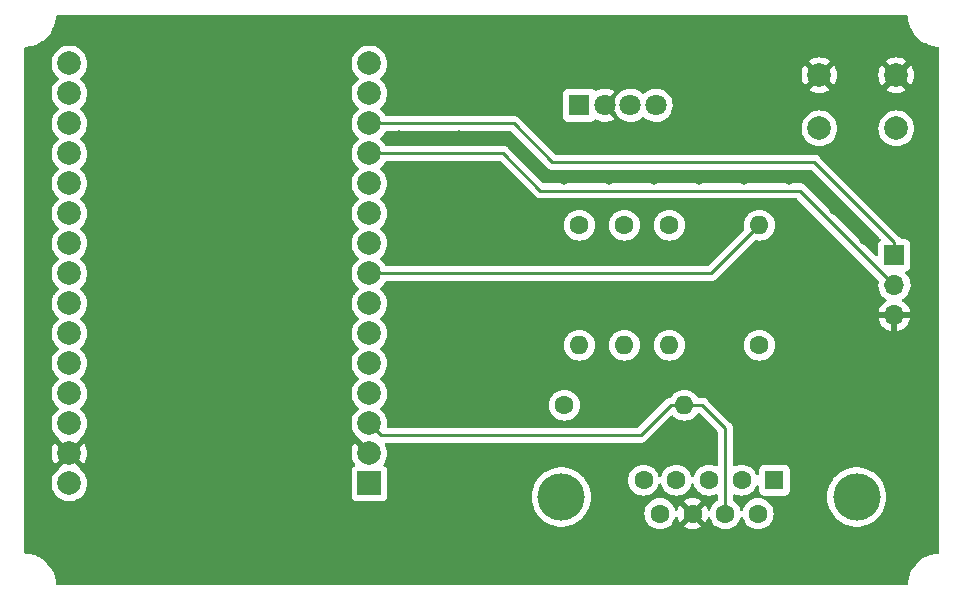
<source format=gbr>
G04 #@! TF.GenerationSoftware,KiCad,Pcbnew,6.0.7-1.fc36*
G04 #@! TF.CreationDate,2022-09-04T22:09:16+02:00*
G04 #@! TF.ProjectId,Project,50726f6a-6563-4742-9e6b-696361645f70,rev?*
G04 #@! TF.SameCoordinates,Original*
G04 #@! TF.FileFunction,Copper,L1,Top*
G04 #@! TF.FilePolarity,Positive*
%FSLAX46Y46*%
G04 Gerber Fmt 4.6, Leading zero omitted, Abs format (unit mm)*
G04 Created by KiCad (PCBNEW 6.0.7-1.fc36) date 2022-09-04 22:09:16*
%MOMM*%
%LPD*%
G01*
G04 APERTURE LIST*
G04 #@! TA.AperFunction,ComponentPad*
%ADD10R,1.800000X1.800000*%
G04 #@! TD*
G04 #@! TA.AperFunction,ComponentPad*
%ADD11C,1.800000*%
G04 #@! TD*
G04 #@! TA.AperFunction,ComponentPad*
%ADD12R,1.700000X1.700000*%
G04 #@! TD*
G04 #@! TA.AperFunction,ComponentPad*
%ADD13O,1.700000X1.700000*%
G04 #@! TD*
G04 #@! TA.AperFunction,ComponentPad*
%ADD14C,4.000000*%
G04 #@! TD*
G04 #@! TA.AperFunction,ComponentPad*
%ADD15R,1.600000X1.600000*%
G04 #@! TD*
G04 #@! TA.AperFunction,ComponentPad*
%ADD16C,1.600000*%
G04 #@! TD*
G04 #@! TA.AperFunction,ComponentPad*
%ADD17O,1.600000X1.600000*%
G04 #@! TD*
G04 #@! TA.AperFunction,ComponentPad*
%ADD18C,2.000000*%
G04 #@! TD*
G04 #@! TA.AperFunction,ComponentPad*
%ADD19R,2.000000X2.000000*%
G04 #@! TD*
G04 #@! TA.AperFunction,ViaPad*
%ADD20C,0.800000*%
G04 #@! TD*
G04 #@! TA.AperFunction,Conductor*
%ADD21C,0.250000*%
G04 #@! TD*
G04 APERTURE END LIST*
D10*
X85090000Y-93980000D03*
D11*
X87249000Y-93980000D03*
X89408000Y-93980000D03*
X91567000Y-93980000D03*
D12*
X111760000Y-106680000D03*
D13*
X111760000Y-109220000D03*
X111760000Y-111760000D03*
D14*
X108560000Y-127150000D03*
X83560000Y-127150000D03*
D15*
X101600000Y-125730000D03*
D16*
X98830000Y-125730000D03*
X96060000Y-125730000D03*
X93290000Y-125730000D03*
X90520000Y-125730000D03*
X100215000Y-128570000D03*
X97445000Y-128570000D03*
X94675000Y-128570000D03*
X91905000Y-128570000D03*
X83820000Y-119380000D03*
D17*
X93980000Y-119380000D03*
D16*
X100330000Y-114300000D03*
D17*
X100330000Y-104140000D03*
D16*
X92710000Y-104140000D03*
D17*
X92710000Y-114300000D03*
D16*
X88900000Y-104140000D03*
D17*
X88900000Y-114300000D03*
D16*
X85090000Y-104140000D03*
D17*
X85090000Y-114300000D03*
D18*
X105410000Y-91440000D03*
X111910000Y-91440000D03*
X111910000Y-95940000D03*
X105410000Y-95940000D03*
D19*
X67310000Y-126005000D03*
D18*
X67310000Y-123465000D03*
X67310000Y-120925000D03*
X67310000Y-118385000D03*
X67310000Y-115845000D03*
X67310000Y-113305000D03*
X67310000Y-110765000D03*
X67310000Y-108225000D03*
X67310000Y-105685000D03*
X67310000Y-103145000D03*
X67310000Y-100605000D03*
X67310000Y-98065000D03*
X67310000Y-95525000D03*
X67310000Y-92985000D03*
X67310000Y-90445000D03*
X41910000Y-90445000D03*
X41910000Y-92985000D03*
X41910000Y-95525000D03*
X41910000Y-98065000D03*
X41910000Y-100605000D03*
X41910000Y-103145000D03*
X41910000Y-105685000D03*
X41910000Y-108225000D03*
X41910000Y-110765000D03*
X41910000Y-113305000D03*
X41910000Y-115845000D03*
X41910000Y-118385000D03*
X41910000Y-120925000D03*
X41910000Y-123465000D03*
X41910000Y-126005000D03*
D20*
X44450000Y-91440000D03*
X54610000Y-116840000D03*
X74930000Y-111760000D03*
X102870000Y-100330000D03*
X99060000Y-100330000D03*
X85090000Y-123190000D03*
X92710000Y-121920000D03*
X64770000Y-121920000D03*
X85090000Y-111760000D03*
X74930000Y-96520000D03*
X109220000Y-100330000D03*
X44450000Y-101600000D03*
X95250000Y-132080000D03*
X105410000Y-106680000D03*
X80010000Y-111760000D03*
X64770000Y-127000000D03*
X95250000Y-100330000D03*
X90170000Y-120650000D03*
X49530000Y-91440000D03*
X105410000Y-121920000D03*
X80010000Y-97790000D03*
X49530000Y-116840000D03*
X69850000Y-101600000D03*
X64770000Y-111760000D03*
X88900000Y-127000000D03*
X74930000Y-132080000D03*
X87630000Y-100330000D03*
X44450000Y-116840000D03*
X64770000Y-96520000D03*
X100330000Y-96520000D03*
X49530000Y-101600000D03*
X49530000Y-96520000D03*
X95250000Y-116840000D03*
X95250000Y-96520000D03*
X91440000Y-100330000D03*
X85090000Y-132080000D03*
X100330000Y-116840000D03*
X59690000Y-132080000D03*
X90170000Y-106680000D03*
X54610000Y-127000000D03*
X59690000Y-127000000D03*
X44450000Y-106680000D03*
X69850000Y-116840000D03*
X49530000Y-127000000D03*
X100330000Y-91440000D03*
X90170000Y-123190000D03*
X85090000Y-116840000D03*
X74930000Y-91440000D03*
X95250000Y-111760000D03*
X106680000Y-102870000D03*
X49530000Y-132080000D03*
X59690000Y-96520000D03*
X90170000Y-91440000D03*
X110490000Y-121920000D03*
X44450000Y-127000000D03*
X54610000Y-111760000D03*
X54610000Y-101600000D03*
X105410000Y-111760000D03*
X64770000Y-106680000D03*
X109220000Y-105410000D03*
X64770000Y-116840000D03*
X74930000Y-101600000D03*
X64770000Y-101600000D03*
X80010000Y-101600000D03*
X95250000Y-106680000D03*
X90170000Y-111760000D03*
X85090000Y-106680000D03*
X54610000Y-96520000D03*
X90170000Y-96520000D03*
X85090000Y-120650000D03*
X95250000Y-91440000D03*
X110490000Y-116840000D03*
X100330000Y-132080000D03*
X69850000Y-111760000D03*
X44450000Y-96520000D03*
X69850000Y-106680000D03*
X49530000Y-121920000D03*
X95250000Y-121920000D03*
X64770000Y-132080000D03*
X54610000Y-121920000D03*
X59690000Y-101600000D03*
X74930000Y-116840000D03*
X74930000Y-106680000D03*
X44450000Y-132080000D03*
X90170000Y-132080000D03*
X69850000Y-123190000D03*
X110490000Y-132080000D03*
X83820000Y-96520000D03*
X44450000Y-111760000D03*
X59690000Y-121920000D03*
X80010000Y-116840000D03*
X69850000Y-96520000D03*
X54610000Y-91440000D03*
X59690000Y-91440000D03*
X80010000Y-106680000D03*
X74930000Y-123190000D03*
X80010000Y-132080000D03*
X90170000Y-118110000D03*
X69850000Y-120650000D03*
X80010000Y-127000000D03*
X69850000Y-132080000D03*
X100330000Y-111760000D03*
X64770000Y-91440000D03*
X49530000Y-106680000D03*
X54610000Y-106680000D03*
X105410000Y-132080000D03*
X80010000Y-91440000D03*
X100330000Y-121920000D03*
X100330000Y-106680000D03*
X74930000Y-120650000D03*
X105410000Y-116840000D03*
X105410000Y-127000000D03*
X69850000Y-91440000D03*
X59690000Y-111760000D03*
X44450000Y-121920000D03*
X80010000Y-120650000D03*
X54610000Y-132080000D03*
X59690000Y-106680000D03*
X59690000Y-116840000D03*
X85090000Y-91440000D03*
X49530000Y-111760000D03*
X83820000Y-100330000D03*
D21*
X78634000Y-98065000D02*
X81788000Y-101219000D01*
X103759000Y-101219000D02*
X111760000Y-109220000D01*
X67310000Y-98065000D02*
X78634000Y-98065000D01*
X81788000Y-101219000D02*
X103759000Y-101219000D01*
X67310000Y-95525000D02*
X79523000Y-95525000D01*
X111760000Y-105580000D02*
X111760000Y-106680000D01*
X104986000Y-98806000D02*
X111760000Y-105580000D01*
X82804000Y-98806000D02*
X104986000Y-98806000D01*
X79523000Y-95525000D02*
X82804000Y-98806000D01*
X97445000Y-122845000D02*
X97445000Y-128570000D01*
X90292001Y-121924999D02*
X92837000Y-119380000D01*
X93980000Y-119380000D02*
X95504000Y-119380000D01*
X68309999Y-121924999D02*
X90292001Y-121924999D01*
X97445000Y-121321000D02*
X97445000Y-122845000D01*
X92837000Y-119380000D02*
X93980000Y-119380000D01*
X95504000Y-119380000D02*
X97445000Y-121321000D01*
X67310000Y-120925000D02*
X68309999Y-121924999D01*
X96245000Y-108225000D02*
X100330000Y-104140000D01*
X67310000Y-108225000D02*
X96245000Y-108225000D01*
G04 #@! TA.AperFunction,Conductor*
G36*
X112854843Y-86380002D02*
G01*
X112901336Y-86433658D01*
X112912334Y-86476114D01*
X112925407Y-86642217D01*
X112932370Y-86730695D01*
X112997206Y-87049378D01*
X113100398Y-87357784D01*
X113240405Y-87651316D01*
X113415141Y-87925597D01*
X113417584Y-87928560D01*
X113417585Y-87928562D01*
X113567308Y-88110190D01*
X113622001Y-88176538D01*
X113857902Y-88400399D01*
X114119326Y-88593843D01*
X114260851Y-88673914D01*
X114399019Y-88752086D01*
X114399023Y-88752088D01*
X114402376Y-88753985D01*
X114702832Y-88878438D01*
X114806288Y-88907129D01*
X115012500Y-88964317D01*
X115012508Y-88964319D01*
X115016216Y-88965347D01*
X115337856Y-89013416D01*
X115341152Y-89013560D01*
X115341153Y-89013560D01*
X115449497Y-89018291D01*
X115516680Y-89041246D01*
X115560788Y-89096879D01*
X115570000Y-89144171D01*
X115570000Y-131837919D01*
X115549998Y-131906040D01*
X115496342Y-131952533D01*
X115451692Y-131963684D01*
X115383824Y-131967835D01*
X115245395Y-131976302D01*
X115241612Y-131977003D01*
X115241605Y-131977004D01*
X115085512Y-132005934D01*
X114925628Y-132035567D01*
X114741058Y-132093762D01*
X114619140Y-132132202D01*
X114619137Y-132132203D01*
X114615468Y-132133360D01*
X114611971Y-132134954D01*
X114611965Y-132134956D01*
X114323046Y-132266624D01*
X114323042Y-132266626D01*
X114319538Y-132268223D01*
X114042249Y-132438146D01*
X114039245Y-132440536D01*
X114039240Y-132440539D01*
X113914993Y-132539370D01*
X113787736Y-132640595D01*
X113785042Y-132643336D01*
X113785038Y-132643340D01*
X113562487Y-132869810D01*
X113562483Y-132869815D01*
X113559792Y-132872553D01*
X113361815Y-133130561D01*
X113196758Y-133410773D01*
X113067080Y-133709012D01*
X112974715Y-134020831D01*
X112921039Y-134341583D01*
X112920871Y-134345433D01*
X112914145Y-134499496D01*
X112891191Y-134566679D01*
X112835559Y-134610787D01*
X112788265Y-134620000D01*
X40883278Y-134620000D01*
X40815157Y-134599998D01*
X40768664Y-134546342D01*
X40757666Y-134503886D01*
X40737932Y-134253140D01*
X40737932Y-134253137D01*
X40737630Y-134249305D01*
X40672794Y-133930622D01*
X40569602Y-133622216D01*
X40429595Y-133328684D01*
X40254859Y-133054403D01*
X40107470Y-132875606D01*
X40050442Y-132806425D01*
X40050438Y-132806420D01*
X40047999Y-132803462D01*
X39812098Y-132579601D01*
X39550674Y-132386157D01*
X39345781Y-132270234D01*
X39270981Y-132227914D01*
X39270977Y-132227912D01*
X39267624Y-132226015D01*
X38967168Y-132101562D01*
X38863712Y-132072871D01*
X38657500Y-132015683D01*
X38657492Y-132015681D01*
X38653784Y-132014653D01*
X38332144Y-131966584D01*
X38328848Y-131966440D01*
X38328847Y-131966440D01*
X38220503Y-131961709D01*
X38153320Y-131938754D01*
X38109212Y-131883121D01*
X38100000Y-131835829D01*
X38100000Y-126005000D01*
X40396835Y-126005000D01*
X40415465Y-126241711D01*
X40470895Y-126472594D01*
X40472788Y-126477165D01*
X40472789Y-126477167D01*
X40513023Y-126574300D01*
X40561760Y-126691963D01*
X40564346Y-126696183D01*
X40683241Y-126890202D01*
X40683245Y-126890208D01*
X40685824Y-126894416D01*
X40840031Y-127074969D01*
X41020584Y-127229176D01*
X41024792Y-127231755D01*
X41024798Y-127231759D01*
X41198231Y-127338039D01*
X41223037Y-127353240D01*
X41227607Y-127355133D01*
X41227611Y-127355135D01*
X41409768Y-127430586D01*
X41442406Y-127444105D01*
X41482868Y-127453819D01*
X41668476Y-127498380D01*
X41668482Y-127498381D01*
X41673289Y-127499535D01*
X41910000Y-127518165D01*
X42146711Y-127499535D01*
X42151518Y-127498381D01*
X42151524Y-127498380D01*
X42337132Y-127453819D01*
X42377594Y-127444105D01*
X42410232Y-127430586D01*
X42592389Y-127355135D01*
X42592393Y-127355133D01*
X42596963Y-127353240D01*
X42621769Y-127338039D01*
X42795202Y-127231759D01*
X42795208Y-127231755D01*
X42799416Y-127229176D01*
X42979969Y-127074969D01*
X43134176Y-126894416D01*
X43136755Y-126890208D01*
X43136759Y-126890202D01*
X43255654Y-126696183D01*
X43258240Y-126691963D01*
X43306978Y-126574300D01*
X43347211Y-126477167D01*
X43347212Y-126477165D01*
X43349105Y-126472594D01*
X43404535Y-126241711D01*
X43423165Y-126005000D01*
X43404535Y-125768289D01*
X43394029Y-125724525D01*
X43350260Y-125542218D01*
X43349105Y-125537406D01*
X43347211Y-125532833D01*
X43260135Y-125322611D01*
X43260133Y-125322607D01*
X43258240Y-125318037D01*
X43218338Y-125252923D01*
X43136759Y-125119798D01*
X43136755Y-125119792D01*
X43134176Y-125115584D01*
X42979969Y-124935031D01*
X42976213Y-124931823D01*
X42976208Y-124931818D01*
X42823384Y-124801294D01*
X42784574Y-124741844D01*
X42782360Y-124707442D01*
X42774123Y-124688333D01*
X41922812Y-123837022D01*
X41908868Y-123829408D01*
X41907035Y-123829539D01*
X41900420Y-123833790D01*
X41048920Y-124685290D01*
X41039740Y-124702102D01*
X41025980Y-124765350D01*
X40997224Y-124800775D01*
X40902353Y-124881803D01*
X40840031Y-124935031D01*
X40685824Y-125115584D01*
X40683245Y-125119792D01*
X40683241Y-125119798D01*
X40601662Y-125252923D01*
X40561760Y-125318037D01*
X40559867Y-125322607D01*
X40559865Y-125322611D01*
X40472789Y-125532833D01*
X40470895Y-125537406D01*
X40469740Y-125542218D01*
X40425972Y-125724525D01*
X40415465Y-125768289D01*
X40396835Y-126005000D01*
X38100000Y-126005000D01*
X38100000Y-123469930D01*
X40397725Y-123469930D01*
X40415572Y-123696699D01*
X40417115Y-123706446D01*
X40470217Y-123927627D01*
X40473266Y-123937012D01*
X40560313Y-124147163D01*
X40564795Y-124155958D01*
X40667432Y-124323445D01*
X40677890Y-124332907D01*
X40686666Y-124329124D01*
X41537978Y-123477812D01*
X41544356Y-123466132D01*
X42274408Y-123466132D01*
X42274539Y-123467965D01*
X42278790Y-123474580D01*
X43130290Y-124326080D01*
X43142670Y-124332840D01*
X43150320Y-124327113D01*
X43255205Y-124155958D01*
X43259687Y-124147163D01*
X43346734Y-123937012D01*
X43349783Y-123927627D01*
X43402885Y-123706446D01*
X43404428Y-123696699D01*
X43422275Y-123469930D01*
X43422275Y-123460070D01*
X43404428Y-123233301D01*
X43402885Y-123223554D01*
X43349783Y-123002373D01*
X43346734Y-122992988D01*
X43259687Y-122782837D01*
X43255205Y-122774042D01*
X43152568Y-122606555D01*
X43142110Y-122597093D01*
X43133334Y-122600876D01*
X42282022Y-123452188D01*
X42274408Y-123466132D01*
X41544356Y-123466132D01*
X41545592Y-123463868D01*
X41545461Y-123462035D01*
X41541210Y-123455420D01*
X40689710Y-122603920D01*
X40677330Y-122597160D01*
X40669680Y-122602887D01*
X40564795Y-122774042D01*
X40560313Y-122782837D01*
X40473266Y-122992988D01*
X40470217Y-123002373D01*
X40417115Y-123223554D01*
X40415572Y-123233301D01*
X40397725Y-123460070D01*
X40397725Y-123469930D01*
X38100000Y-123469930D01*
X38100000Y-120925000D01*
X40396835Y-120925000D01*
X40415465Y-121161711D01*
X40416619Y-121166518D01*
X40416620Y-121166524D01*
X40431628Y-121229036D01*
X40470895Y-121392594D01*
X40472788Y-121397165D01*
X40472789Y-121397167D01*
X40549931Y-121583404D01*
X40561760Y-121611963D01*
X40564346Y-121616183D01*
X40683241Y-121810202D01*
X40683245Y-121810208D01*
X40685824Y-121814416D01*
X40840031Y-121994969D01*
X40843787Y-121998177D01*
X40843792Y-121998182D01*
X40996616Y-122128706D01*
X41035426Y-122188156D01*
X41037640Y-122222558D01*
X41045877Y-122241667D01*
X41897188Y-123092978D01*
X41911132Y-123100592D01*
X41912965Y-123100461D01*
X41919580Y-123096210D01*
X42771080Y-122244710D01*
X42780260Y-122227898D01*
X42794020Y-122164650D01*
X42822776Y-122129225D01*
X42976213Y-121998177D01*
X42979969Y-121994969D01*
X43134176Y-121814416D01*
X43136755Y-121810208D01*
X43136759Y-121810202D01*
X43255654Y-121616183D01*
X43258240Y-121611963D01*
X43270070Y-121583404D01*
X43347211Y-121397167D01*
X43347212Y-121397165D01*
X43349105Y-121392594D01*
X43388372Y-121229036D01*
X43403380Y-121166524D01*
X43403381Y-121166518D01*
X43404535Y-121161711D01*
X43423165Y-120925000D01*
X65796835Y-120925000D01*
X65815465Y-121161711D01*
X65816619Y-121166518D01*
X65816620Y-121166524D01*
X65831628Y-121229036D01*
X65870895Y-121392594D01*
X65872788Y-121397165D01*
X65872789Y-121397167D01*
X65949931Y-121583404D01*
X65961760Y-121611963D01*
X65964346Y-121616183D01*
X66083241Y-121810202D01*
X66083245Y-121810208D01*
X66085824Y-121814416D01*
X66240031Y-121994969D01*
X66243787Y-121998177D01*
X66243792Y-121998182D01*
X66396616Y-122128706D01*
X66435426Y-122188156D01*
X66437640Y-122222558D01*
X66445877Y-122241667D01*
X67580115Y-123375905D01*
X67614141Y-123438217D01*
X67609076Y-123509032D01*
X67580115Y-123554095D01*
X67399095Y-123735115D01*
X67336783Y-123769141D01*
X67265968Y-123764076D01*
X67220905Y-123735115D01*
X66089710Y-122603920D01*
X66077330Y-122597160D01*
X66069680Y-122602887D01*
X65964795Y-122774042D01*
X65960313Y-122782837D01*
X65873266Y-122992988D01*
X65870217Y-123002373D01*
X65817115Y-123223554D01*
X65815572Y-123233301D01*
X65797725Y-123460070D01*
X65797725Y-123469930D01*
X65815572Y-123696699D01*
X65817115Y-123706446D01*
X65870217Y-123927627D01*
X65873266Y-123937012D01*
X65960313Y-124147163D01*
X65964795Y-124155958D01*
X66083643Y-124349899D01*
X66089443Y-124357883D01*
X66095619Y-124365114D01*
X66124651Y-124429904D01*
X66114047Y-124500104D01*
X66067823Y-124552688D01*
X66063295Y-124554385D01*
X66056110Y-124559770D01*
X66056108Y-124559771D01*
X65979045Y-124617527D01*
X65946739Y-124641739D01*
X65859385Y-124758295D01*
X65808255Y-124894684D01*
X65801500Y-124956866D01*
X65801500Y-127053134D01*
X65808255Y-127115316D01*
X65859385Y-127251705D01*
X65946739Y-127368261D01*
X66063295Y-127455615D01*
X66199684Y-127506745D01*
X66261866Y-127513500D01*
X68358134Y-127513500D01*
X68420316Y-127506745D01*
X68556705Y-127455615D01*
X68673261Y-127368261D01*
X68760615Y-127251705D01*
X68798743Y-127150000D01*
X81046540Y-127150000D01*
X81066359Y-127465020D01*
X81125505Y-127775072D01*
X81223044Y-128075266D01*
X81224731Y-128078852D01*
X81224733Y-128078856D01*
X81355750Y-128357283D01*
X81355754Y-128357290D01*
X81357438Y-128360869D01*
X81526568Y-128627375D01*
X81529093Y-128630427D01*
X81692346Y-128827765D01*
X81727767Y-128870582D01*
X81957860Y-129086654D01*
X82213221Y-129272184D01*
X82216690Y-129274091D01*
X82216693Y-129274093D01*
X82478816Y-129418197D01*
X82489821Y-129424247D01*
X82493490Y-129425700D01*
X82493495Y-129425702D01*
X82779628Y-129538990D01*
X82783298Y-129540443D01*
X83089025Y-129618940D01*
X83402179Y-129658500D01*
X83717821Y-129658500D01*
X84030975Y-129618940D01*
X84336702Y-129540443D01*
X84340372Y-129538990D01*
X84626505Y-129425702D01*
X84626510Y-129425700D01*
X84630179Y-129424247D01*
X84641184Y-129418197D01*
X84903307Y-129274093D01*
X84903310Y-129274091D01*
X84906779Y-129272184D01*
X85162140Y-129086654D01*
X85392233Y-128870582D01*
X85427655Y-128827765D01*
X85590907Y-128630427D01*
X85593432Y-128627375D01*
X85629843Y-128570000D01*
X90591502Y-128570000D01*
X90611457Y-128798087D01*
X90612881Y-128803400D01*
X90612881Y-128803402D01*
X90650025Y-128942022D01*
X90670716Y-129019243D01*
X90673039Y-129024224D01*
X90673039Y-129024225D01*
X90765151Y-129221762D01*
X90765154Y-129221767D01*
X90767477Y-129226749D01*
X90898802Y-129414300D01*
X91060700Y-129576198D01*
X91065208Y-129579355D01*
X91065211Y-129579357D01*
X91143389Y-129634098D01*
X91248251Y-129707523D01*
X91253233Y-129709846D01*
X91253238Y-129709849D01*
X91449765Y-129801490D01*
X91455757Y-129804284D01*
X91461065Y-129805706D01*
X91461067Y-129805707D01*
X91671598Y-129862119D01*
X91671600Y-129862119D01*
X91676913Y-129863543D01*
X91905000Y-129883498D01*
X92133087Y-129863543D01*
X92138400Y-129862119D01*
X92138402Y-129862119D01*
X92348933Y-129805707D01*
X92348935Y-129805706D01*
X92354243Y-129804284D01*
X92360235Y-129801490D01*
X92556762Y-129709849D01*
X92556767Y-129709846D01*
X92561749Y-129707523D01*
X92635243Y-129656062D01*
X93953493Y-129656062D01*
X93962789Y-129668077D01*
X94013994Y-129703931D01*
X94023489Y-129709414D01*
X94220947Y-129801490D01*
X94231239Y-129805236D01*
X94441688Y-129861625D01*
X94452481Y-129863528D01*
X94669525Y-129882517D01*
X94680475Y-129882517D01*
X94897519Y-129863528D01*
X94908312Y-129861625D01*
X95118761Y-129805236D01*
X95129053Y-129801490D01*
X95326511Y-129709414D01*
X95336006Y-129703931D01*
X95388048Y-129667491D01*
X95396424Y-129657012D01*
X95389356Y-129643566D01*
X94687812Y-128942022D01*
X94673868Y-128934408D01*
X94672035Y-128934539D01*
X94665420Y-128938790D01*
X93959923Y-129644287D01*
X93953493Y-129656062D01*
X92635243Y-129656062D01*
X92666611Y-129634098D01*
X92744789Y-129579357D01*
X92744792Y-129579355D01*
X92749300Y-129576198D01*
X92911198Y-129414300D01*
X93042523Y-129226749D01*
X93044846Y-129221767D01*
X93044849Y-129221762D01*
X93136961Y-129024225D01*
X93136961Y-129024224D01*
X93139284Y-129019243D01*
X93168552Y-128910014D01*
X93205504Y-128849392D01*
X93269365Y-128818370D01*
X93339859Y-128826799D01*
X93394606Y-128872002D01*
X93411966Y-128910015D01*
X93439764Y-129013761D01*
X93443510Y-129024053D01*
X93535586Y-129221511D01*
X93541069Y-129231006D01*
X93577509Y-129283048D01*
X93587988Y-129291424D01*
X93601434Y-129284356D01*
X94302978Y-128582812D01*
X94310592Y-128568868D01*
X94310461Y-128567035D01*
X94306210Y-128560420D01*
X93600713Y-127854923D01*
X93588938Y-127848493D01*
X93576923Y-127857789D01*
X93541069Y-127908994D01*
X93535586Y-127918489D01*
X93443510Y-128115947D01*
X93439764Y-128126239D01*
X93411966Y-128229985D01*
X93375015Y-128290608D01*
X93311154Y-128321629D01*
X93240660Y-128313201D01*
X93185912Y-128267998D01*
X93168552Y-128229986D01*
X93140706Y-128126064D01*
X93139284Y-128120757D01*
X93136961Y-128115775D01*
X93044849Y-127918238D01*
X93044846Y-127918233D01*
X93042523Y-127913251D01*
X92911198Y-127725700D01*
X92749300Y-127563802D01*
X92744792Y-127560645D01*
X92744789Y-127560643D01*
X92633886Y-127482988D01*
X93953576Y-127482988D01*
X93960644Y-127496434D01*
X94662188Y-128197978D01*
X94676132Y-128205592D01*
X94677965Y-128205461D01*
X94684580Y-128201210D01*
X95390077Y-127495713D01*
X95396507Y-127483938D01*
X95387211Y-127471923D01*
X95336006Y-127436069D01*
X95326511Y-127430586D01*
X95129053Y-127338510D01*
X95118761Y-127334764D01*
X94908312Y-127278375D01*
X94897519Y-127276472D01*
X94680475Y-127257483D01*
X94669525Y-127257483D01*
X94452481Y-127276472D01*
X94441688Y-127278375D01*
X94231239Y-127334764D01*
X94220947Y-127338510D01*
X94023489Y-127430586D01*
X94013994Y-127436069D01*
X93961952Y-127472509D01*
X93953576Y-127482988D01*
X92633886Y-127482988D01*
X92618920Y-127472509D01*
X92561749Y-127432477D01*
X92556767Y-127430154D01*
X92556762Y-127430151D01*
X92359225Y-127338039D01*
X92359224Y-127338039D01*
X92354243Y-127335716D01*
X92348935Y-127334294D01*
X92348933Y-127334293D01*
X92138402Y-127277881D01*
X92138400Y-127277881D01*
X92133087Y-127276457D01*
X91905000Y-127256502D01*
X91676913Y-127276457D01*
X91671600Y-127277881D01*
X91671598Y-127277881D01*
X91461067Y-127334293D01*
X91461065Y-127334294D01*
X91455757Y-127335716D01*
X91450776Y-127338039D01*
X91450775Y-127338039D01*
X91253238Y-127430151D01*
X91253233Y-127430154D01*
X91248251Y-127432477D01*
X91191080Y-127472509D01*
X91065211Y-127560643D01*
X91065208Y-127560645D01*
X91060700Y-127563802D01*
X90898802Y-127725700D01*
X90767477Y-127913251D01*
X90765154Y-127918233D01*
X90765151Y-127918238D01*
X90673039Y-128115775D01*
X90670716Y-128120757D01*
X90669294Y-128126064D01*
X90669293Y-128126067D01*
X90625463Y-128289642D01*
X90611457Y-128341913D01*
X90591502Y-128570000D01*
X85629843Y-128570000D01*
X85762562Y-128360869D01*
X85764246Y-128357290D01*
X85764250Y-128357283D01*
X85895267Y-128078856D01*
X85895269Y-128078852D01*
X85896956Y-128075266D01*
X85994495Y-127775072D01*
X86053641Y-127465020D01*
X86073460Y-127150000D01*
X86053641Y-126834980D01*
X85994495Y-126524928D01*
X85896956Y-126224734D01*
X85889503Y-126208895D01*
X85764250Y-125942717D01*
X85764246Y-125942710D01*
X85762562Y-125939131D01*
X85593432Y-125672625D01*
X85434627Y-125480663D01*
X85394758Y-125432470D01*
X85394757Y-125432469D01*
X85392233Y-125429418D01*
X85162140Y-125213346D01*
X84906779Y-125027816D01*
X84732170Y-124931823D01*
X84633648Y-124877660D01*
X84633647Y-124877659D01*
X84630179Y-124875753D01*
X84626510Y-124874300D01*
X84626505Y-124874298D01*
X84340372Y-124761010D01*
X84340371Y-124761010D01*
X84336702Y-124759557D01*
X84030975Y-124681060D01*
X83717821Y-124641500D01*
X83402179Y-124641500D01*
X83089025Y-124681060D01*
X82783298Y-124759557D01*
X82779629Y-124761010D01*
X82779628Y-124761010D01*
X82493495Y-124874298D01*
X82493490Y-124874300D01*
X82489821Y-124875753D01*
X82486353Y-124877659D01*
X82486352Y-124877660D01*
X82387831Y-124931823D01*
X82213221Y-125027816D01*
X81957860Y-125213346D01*
X81727767Y-125429418D01*
X81725243Y-125432469D01*
X81725242Y-125432470D01*
X81685373Y-125480663D01*
X81526568Y-125672625D01*
X81357438Y-125939131D01*
X81355754Y-125942710D01*
X81355750Y-125942717D01*
X81230497Y-126208895D01*
X81223044Y-126224734D01*
X81125505Y-126524928D01*
X81066359Y-126834980D01*
X81046540Y-127150000D01*
X68798743Y-127150000D01*
X68811745Y-127115316D01*
X68818500Y-127053134D01*
X68818500Y-124956866D01*
X68811745Y-124894684D01*
X68760615Y-124758295D01*
X68673261Y-124641739D01*
X68640955Y-124617527D01*
X68563892Y-124559771D01*
X68563890Y-124559770D01*
X68556705Y-124554385D01*
X68556550Y-124554327D01*
X68509537Y-124507209D01*
X68494522Y-124437818D01*
X68519406Y-124371325D01*
X68524381Y-124365114D01*
X68530557Y-124357883D01*
X68536357Y-124349899D01*
X68655205Y-124155958D01*
X68659687Y-124147163D01*
X68746734Y-123937012D01*
X68749783Y-123927627D01*
X68802885Y-123706446D01*
X68804428Y-123696699D01*
X68822275Y-123469930D01*
X68822275Y-123460070D01*
X68804428Y-123233301D01*
X68802885Y-123223554D01*
X68749783Y-123002373D01*
X68746734Y-122992988D01*
X68659687Y-122782837D01*
X68655207Y-122774046D01*
X68640676Y-122750333D01*
X68622138Y-122681800D01*
X68643595Y-122614123D01*
X68698234Y-122568790D01*
X68748109Y-122558499D01*
X90213234Y-122558499D01*
X90224417Y-122559026D01*
X90231910Y-122560701D01*
X90239836Y-122560452D01*
X90239837Y-122560452D01*
X90299987Y-122558561D01*
X90303946Y-122558499D01*
X90331857Y-122558499D01*
X90335792Y-122558002D01*
X90335857Y-122557994D01*
X90347694Y-122557061D01*
X90379952Y-122556047D01*
X90383971Y-122555921D01*
X90391890Y-122555672D01*
X90411344Y-122550020D01*
X90430701Y-122546012D01*
X90442931Y-122544467D01*
X90442932Y-122544467D01*
X90450798Y-122543473D01*
X90458169Y-122540554D01*
X90458171Y-122540554D01*
X90491913Y-122527195D01*
X90503143Y-122523350D01*
X90537984Y-122513228D01*
X90537985Y-122513228D01*
X90545594Y-122511017D01*
X90552413Y-122506984D01*
X90552418Y-122506982D01*
X90563029Y-122500706D01*
X90580777Y-122492011D01*
X90599618Y-122484551D01*
X90635388Y-122458563D01*
X90645308Y-122452047D01*
X90676536Y-122433579D01*
X90676539Y-122433577D01*
X90683363Y-122429541D01*
X90697684Y-122415220D01*
X90712718Y-122402379D01*
X90722695Y-122395130D01*
X90729108Y-122390471D01*
X90757299Y-122356394D01*
X90765289Y-122347615D01*
X91847593Y-121265311D01*
X92842110Y-120270795D01*
X92904420Y-120236770D01*
X92975235Y-120241835D01*
X93020298Y-120270796D01*
X93135700Y-120386198D01*
X93140208Y-120389355D01*
X93140211Y-120389357D01*
X93218389Y-120444098D01*
X93323251Y-120517523D01*
X93328233Y-120519846D01*
X93328238Y-120519849D01*
X93525775Y-120611961D01*
X93530757Y-120614284D01*
X93536065Y-120615706D01*
X93536067Y-120615707D01*
X93746598Y-120672119D01*
X93746600Y-120672119D01*
X93751913Y-120673543D01*
X93980000Y-120693498D01*
X94208087Y-120673543D01*
X94213400Y-120672119D01*
X94213402Y-120672119D01*
X94423933Y-120615707D01*
X94423935Y-120615706D01*
X94429243Y-120614284D01*
X94434225Y-120611961D01*
X94631762Y-120519849D01*
X94631767Y-120519846D01*
X94636749Y-120517523D01*
X94741611Y-120444098D01*
X94819789Y-120389357D01*
X94819792Y-120389355D01*
X94824300Y-120386198D01*
X94986198Y-120224300D01*
X95092068Y-120073102D01*
X95147524Y-120028775D01*
X95218143Y-120021466D01*
X95284375Y-120056279D01*
X96774595Y-121546499D01*
X96808621Y-121608811D01*
X96811500Y-121635594D01*
X96811500Y-124438880D01*
X96791498Y-124507001D01*
X96737842Y-124553494D01*
X96667568Y-124563598D01*
X96632252Y-124553075D01*
X96509243Y-124495716D01*
X96503935Y-124494294D01*
X96503933Y-124494293D01*
X96293402Y-124437881D01*
X96293400Y-124437881D01*
X96288087Y-124436457D01*
X96060000Y-124416502D01*
X95831913Y-124436457D01*
X95826600Y-124437881D01*
X95826598Y-124437881D01*
X95616067Y-124494293D01*
X95616065Y-124494294D01*
X95610757Y-124495716D01*
X95605776Y-124498039D01*
X95605775Y-124498039D01*
X95408238Y-124590151D01*
X95408233Y-124590154D01*
X95403251Y-124592477D01*
X95322644Y-124648919D01*
X95220211Y-124720643D01*
X95220208Y-124720645D01*
X95215700Y-124723802D01*
X95053802Y-124885700D01*
X94922477Y-125073251D01*
X94920154Y-125078233D01*
X94920151Y-125078238D01*
X94857150Y-125213346D01*
X94825716Y-125280757D01*
X94824294Y-125286065D01*
X94824293Y-125286067D01*
X94796707Y-125389019D01*
X94759755Y-125449642D01*
X94695894Y-125480663D01*
X94625400Y-125472235D01*
X94570653Y-125427032D01*
X94553293Y-125389019D01*
X94525707Y-125286067D01*
X94525706Y-125286065D01*
X94524284Y-125280757D01*
X94492850Y-125213346D01*
X94429849Y-125078238D01*
X94429846Y-125078233D01*
X94427523Y-125073251D01*
X94296198Y-124885700D01*
X94134300Y-124723802D01*
X94129792Y-124720645D01*
X94129789Y-124720643D01*
X94027356Y-124648919D01*
X93946749Y-124592477D01*
X93941767Y-124590154D01*
X93941762Y-124590151D01*
X93744225Y-124498039D01*
X93744224Y-124498039D01*
X93739243Y-124495716D01*
X93733935Y-124494294D01*
X93733933Y-124494293D01*
X93523402Y-124437881D01*
X93523400Y-124437881D01*
X93518087Y-124436457D01*
X93290000Y-124416502D01*
X93061913Y-124436457D01*
X93056600Y-124437881D01*
X93056598Y-124437881D01*
X92846067Y-124494293D01*
X92846065Y-124494294D01*
X92840757Y-124495716D01*
X92835776Y-124498039D01*
X92835775Y-124498039D01*
X92638238Y-124590151D01*
X92638233Y-124590154D01*
X92633251Y-124592477D01*
X92552644Y-124648919D01*
X92450211Y-124720643D01*
X92450208Y-124720645D01*
X92445700Y-124723802D01*
X92283802Y-124885700D01*
X92152477Y-125073251D01*
X92150154Y-125078233D01*
X92150151Y-125078238D01*
X92087150Y-125213346D01*
X92055716Y-125280757D01*
X92054294Y-125286065D01*
X92054293Y-125286067D01*
X92026707Y-125389019D01*
X91989755Y-125449642D01*
X91925894Y-125480663D01*
X91855400Y-125472235D01*
X91800653Y-125427032D01*
X91783293Y-125389019D01*
X91755707Y-125286067D01*
X91755706Y-125286065D01*
X91754284Y-125280757D01*
X91722850Y-125213346D01*
X91659849Y-125078238D01*
X91659846Y-125078233D01*
X91657523Y-125073251D01*
X91526198Y-124885700D01*
X91364300Y-124723802D01*
X91359792Y-124720645D01*
X91359789Y-124720643D01*
X91257356Y-124648919D01*
X91176749Y-124592477D01*
X91171767Y-124590154D01*
X91171762Y-124590151D01*
X90974225Y-124498039D01*
X90974224Y-124498039D01*
X90969243Y-124495716D01*
X90963935Y-124494294D01*
X90963933Y-124494293D01*
X90753402Y-124437881D01*
X90753400Y-124437881D01*
X90748087Y-124436457D01*
X90520000Y-124416502D01*
X90291913Y-124436457D01*
X90286600Y-124437881D01*
X90286598Y-124437881D01*
X90076067Y-124494293D01*
X90076065Y-124494294D01*
X90070757Y-124495716D01*
X90065776Y-124498039D01*
X90065775Y-124498039D01*
X89868238Y-124590151D01*
X89868233Y-124590154D01*
X89863251Y-124592477D01*
X89782644Y-124648919D01*
X89680211Y-124720643D01*
X89680208Y-124720645D01*
X89675700Y-124723802D01*
X89513802Y-124885700D01*
X89382477Y-125073251D01*
X89380154Y-125078233D01*
X89380151Y-125078238D01*
X89317150Y-125213346D01*
X89285716Y-125280757D01*
X89284294Y-125286065D01*
X89284293Y-125286067D01*
X89246521Y-125427032D01*
X89226457Y-125501913D01*
X89206502Y-125730000D01*
X89226457Y-125958087D01*
X89285716Y-126179243D01*
X89288039Y-126184224D01*
X89288039Y-126184225D01*
X89380151Y-126381762D01*
X89380154Y-126381767D01*
X89382477Y-126386749D01*
X89513802Y-126574300D01*
X89675700Y-126736198D01*
X89680208Y-126739355D01*
X89680211Y-126739357D01*
X89721542Y-126768297D01*
X89863251Y-126867523D01*
X89868233Y-126869846D01*
X89868238Y-126869849D01*
X90046556Y-126952999D01*
X90070757Y-126964284D01*
X90076065Y-126965706D01*
X90076067Y-126965707D01*
X90286598Y-127022119D01*
X90286600Y-127022119D01*
X90291913Y-127023543D01*
X90520000Y-127043498D01*
X90748087Y-127023543D01*
X90753400Y-127022119D01*
X90753402Y-127022119D01*
X90963933Y-126965707D01*
X90963935Y-126965706D01*
X90969243Y-126964284D01*
X90993444Y-126952999D01*
X91171762Y-126869849D01*
X91171767Y-126869846D01*
X91176749Y-126867523D01*
X91318458Y-126768297D01*
X91359789Y-126739357D01*
X91359792Y-126739355D01*
X91364300Y-126736198D01*
X91526198Y-126574300D01*
X91657523Y-126386749D01*
X91659846Y-126381767D01*
X91659849Y-126381762D01*
X91751961Y-126184225D01*
X91751961Y-126184224D01*
X91754284Y-126179243D01*
X91783293Y-126070981D01*
X91820245Y-126010358D01*
X91884106Y-125979337D01*
X91954600Y-125987765D01*
X92009347Y-126032968D01*
X92026707Y-126070981D01*
X92055716Y-126179243D01*
X92058039Y-126184224D01*
X92058039Y-126184225D01*
X92150151Y-126381762D01*
X92150154Y-126381767D01*
X92152477Y-126386749D01*
X92283802Y-126574300D01*
X92445700Y-126736198D01*
X92450208Y-126739355D01*
X92450211Y-126739357D01*
X92491542Y-126768297D01*
X92633251Y-126867523D01*
X92638233Y-126869846D01*
X92638238Y-126869849D01*
X92816556Y-126952999D01*
X92840757Y-126964284D01*
X92846065Y-126965706D01*
X92846067Y-126965707D01*
X93056598Y-127022119D01*
X93056600Y-127022119D01*
X93061913Y-127023543D01*
X93290000Y-127043498D01*
X93518087Y-127023543D01*
X93523400Y-127022119D01*
X93523402Y-127022119D01*
X93733933Y-126965707D01*
X93733935Y-126965706D01*
X93739243Y-126964284D01*
X93763444Y-126952999D01*
X93941762Y-126869849D01*
X93941767Y-126869846D01*
X93946749Y-126867523D01*
X94088458Y-126768297D01*
X94129789Y-126739357D01*
X94129792Y-126739355D01*
X94134300Y-126736198D01*
X94296198Y-126574300D01*
X94427523Y-126386749D01*
X94429846Y-126381767D01*
X94429849Y-126381762D01*
X94521961Y-126184225D01*
X94521961Y-126184224D01*
X94524284Y-126179243D01*
X94553293Y-126070981D01*
X94590245Y-126010358D01*
X94654106Y-125979337D01*
X94724600Y-125987765D01*
X94779347Y-126032968D01*
X94796707Y-126070981D01*
X94825716Y-126179243D01*
X94828039Y-126184224D01*
X94828039Y-126184225D01*
X94920151Y-126381762D01*
X94920154Y-126381767D01*
X94922477Y-126386749D01*
X95053802Y-126574300D01*
X95215700Y-126736198D01*
X95220208Y-126739355D01*
X95220211Y-126739357D01*
X95261542Y-126768297D01*
X95403251Y-126867523D01*
X95408233Y-126869846D01*
X95408238Y-126869849D01*
X95586556Y-126952999D01*
X95610757Y-126964284D01*
X95616065Y-126965706D01*
X95616067Y-126965707D01*
X95826598Y-127022119D01*
X95826600Y-127022119D01*
X95831913Y-127023543D01*
X96060000Y-127043498D01*
X96288087Y-127023543D01*
X96293400Y-127022119D01*
X96293402Y-127022119D01*
X96503933Y-126965707D01*
X96503935Y-126965706D01*
X96509243Y-126964284D01*
X96632251Y-126906925D01*
X96702442Y-126896264D01*
X96767254Y-126925244D01*
X96806111Y-126984664D01*
X96811500Y-127021120D01*
X96811500Y-127350606D01*
X96791498Y-127418727D01*
X96757771Y-127453819D01*
X96605211Y-127560643D01*
X96605208Y-127560645D01*
X96600700Y-127563802D01*
X96438802Y-127725700D01*
X96307477Y-127913251D01*
X96305154Y-127918233D01*
X96305151Y-127918238D01*
X96213039Y-128115775D01*
X96210716Y-128120757D01*
X96209294Y-128126064D01*
X96181448Y-128229986D01*
X96144496Y-128290608D01*
X96080635Y-128321630D01*
X96010141Y-128313201D01*
X95955394Y-128267998D01*
X95938034Y-128229985D01*
X95910236Y-128126239D01*
X95906490Y-128115947D01*
X95814414Y-127918489D01*
X95808931Y-127908994D01*
X95772491Y-127856952D01*
X95762012Y-127848576D01*
X95748566Y-127855644D01*
X95047022Y-128557188D01*
X95039408Y-128571132D01*
X95039539Y-128572965D01*
X95043790Y-128579580D01*
X95749287Y-129285077D01*
X95761062Y-129291507D01*
X95773077Y-129282211D01*
X95808931Y-129231006D01*
X95814414Y-129221511D01*
X95906490Y-129024053D01*
X95910236Y-129013761D01*
X95938034Y-128910015D01*
X95974985Y-128849392D01*
X96038846Y-128818371D01*
X96109340Y-128826799D01*
X96164088Y-128872002D01*
X96181448Y-128910014D01*
X96210716Y-129019243D01*
X96213039Y-129024224D01*
X96213039Y-129024225D01*
X96305151Y-129221762D01*
X96305154Y-129221767D01*
X96307477Y-129226749D01*
X96438802Y-129414300D01*
X96600700Y-129576198D01*
X96605208Y-129579355D01*
X96605211Y-129579357D01*
X96683389Y-129634098D01*
X96788251Y-129707523D01*
X96793233Y-129709846D01*
X96793238Y-129709849D01*
X96989765Y-129801490D01*
X96995757Y-129804284D01*
X97001065Y-129805706D01*
X97001067Y-129805707D01*
X97211598Y-129862119D01*
X97211600Y-129862119D01*
X97216913Y-129863543D01*
X97445000Y-129883498D01*
X97673087Y-129863543D01*
X97678400Y-129862119D01*
X97678402Y-129862119D01*
X97888933Y-129805707D01*
X97888935Y-129805706D01*
X97894243Y-129804284D01*
X97900235Y-129801490D01*
X98096762Y-129709849D01*
X98096767Y-129709846D01*
X98101749Y-129707523D01*
X98206611Y-129634098D01*
X98284789Y-129579357D01*
X98284792Y-129579355D01*
X98289300Y-129576198D01*
X98451198Y-129414300D01*
X98582523Y-129226749D01*
X98584846Y-129221767D01*
X98584849Y-129221762D01*
X98676961Y-129024225D01*
X98676961Y-129024224D01*
X98679284Y-129019243D01*
X98699976Y-128942022D01*
X98708293Y-128910981D01*
X98745245Y-128850358D01*
X98809106Y-128819337D01*
X98879600Y-128827765D01*
X98934347Y-128872968D01*
X98951707Y-128910981D01*
X98960025Y-128942022D01*
X98980716Y-129019243D01*
X98983039Y-129024224D01*
X98983039Y-129024225D01*
X99075151Y-129221762D01*
X99075154Y-129221767D01*
X99077477Y-129226749D01*
X99208802Y-129414300D01*
X99370700Y-129576198D01*
X99375208Y-129579355D01*
X99375211Y-129579357D01*
X99453389Y-129634098D01*
X99558251Y-129707523D01*
X99563233Y-129709846D01*
X99563238Y-129709849D01*
X99759765Y-129801490D01*
X99765757Y-129804284D01*
X99771065Y-129805706D01*
X99771067Y-129805707D01*
X99981598Y-129862119D01*
X99981600Y-129862119D01*
X99986913Y-129863543D01*
X100215000Y-129883498D01*
X100443087Y-129863543D01*
X100448400Y-129862119D01*
X100448402Y-129862119D01*
X100658933Y-129805707D01*
X100658935Y-129805706D01*
X100664243Y-129804284D01*
X100670235Y-129801490D01*
X100866762Y-129709849D01*
X100866767Y-129709846D01*
X100871749Y-129707523D01*
X100976611Y-129634098D01*
X101054789Y-129579357D01*
X101054792Y-129579355D01*
X101059300Y-129576198D01*
X101221198Y-129414300D01*
X101352523Y-129226749D01*
X101354846Y-129221767D01*
X101354849Y-129221762D01*
X101446961Y-129024225D01*
X101446961Y-129024224D01*
X101449284Y-129019243D01*
X101469976Y-128942022D01*
X101507119Y-128803402D01*
X101507119Y-128803400D01*
X101508543Y-128798087D01*
X101528498Y-128570000D01*
X101508543Y-128341913D01*
X101494537Y-128289642D01*
X101450707Y-128126067D01*
X101450706Y-128126064D01*
X101449284Y-128120757D01*
X101446961Y-128115775D01*
X101354849Y-127918238D01*
X101354846Y-127918233D01*
X101352523Y-127913251D01*
X101221198Y-127725700D01*
X101059300Y-127563802D01*
X101054792Y-127560645D01*
X101054789Y-127560643D01*
X100928920Y-127472509D01*
X100871749Y-127432477D01*
X100866767Y-127430154D01*
X100866762Y-127430151D01*
X100669225Y-127338039D01*
X100669224Y-127338039D01*
X100664243Y-127335716D01*
X100658935Y-127334294D01*
X100658933Y-127334293D01*
X100448402Y-127277881D01*
X100448400Y-127277881D01*
X100443087Y-127276457D01*
X100215000Y-127256502D01*
X99986913Y-127276457D01*
X99981600Y-127277881D01*
X99981598Y-127277881D01*
X99771067Y-127334293D01*
X99771065Y-127334294D01*
X99765757Y-127335716D01*
X99760776Y-127338039D01*
X99760775Y-127338039D01*
X99563238Y-127430151D01*
X99563233Y-127430154D01*
X99558251Y-127432477D01*
X99501080Y-127472509D01*
X99375211Y-127560643D01*
X99375208Y-127560645D01*
X99370700Y-127563802D01*
X99208802Y-127725700D01*
X99077477Y-127913251D01*
X99075154Y-127918233D01*
X99075151Y-127918238D01*
X98983039Y-128115775D01*
X98980716Y-128120757D01*
X98979294Y-128126064D01*
X98979293Y-128126067D01*
X98951707Y-128229019D01*
X98914755Y-128289642D01*
X98850894Y-128320663D01*
X98780400Y-128312235D01*
X98725653Y-128267032D01*
X98708293Y-128229019D01*
X98680707Y-128126067D01*
X98680706Y-128126064D01*
X98679284Y-128120757D01*
X98676961Y-128115775D01*
X98584849Y-127918238D01*
X98584846Y-127918233D01*
X98582523Y-127913251D01*
X98451198Y-127725700D01*
X98289300Y-127563802D01*
X98284792Y-127560645D01*
X98284789Y-127560643D01*
X98132229Y-127453819D01*
X98087901Y-127398362D01*
X98078500Y-127350606D01*
X98078500Y-127150000D01*
X106046540Y-127150000D01*
X106066359Y-127465020D01*
X106125505Y-127775072D01*
X106223044Y-128075266D01*
X106224731Y-128078852D01*
X106224733Y-128078856D01*
X106355750Y-128357283D01*
X106355754Y-128357290D01*
X106357438Y-128360869D01*
X106526568Y-128627375D01*
X106529093Y-128630427D01*
X106692346Y-128827765D01*
X106727767Y-128870582D01*
X106957860Y-129086654D01*
X107213221Y-129272184D01*
X107216690Y-129274091D01*
X107216693Y-129274093D01*
X107478816Y-129418197D01*
X107489821Y-129424247D01*
X107493490Y-129425700D01*
X107493495Y-129425702D01*
X107779628Y-129538990D01*
X107783298Y-129540443D01*
X108089025Y-129618940D01*
X108402179Y-129658500D01*
X108717821Y-129658500D01*
X109030975Y-129618940D01*
X109336702Y-129540443D01*
X109340372Y-129538990D01*
X109626505Y-129425702D01*
X109626510Y-129425700D01*
X109630179Y-129424247D01*
X109641184Y-129418197D01*
X109903307Y-129274093D01*
X109903310Y-129274091D01*
X109906779Y-129272184D01*
X110162140Y-129086654D01*
X110392233Y-128870582D01*
X110427655Y-128827765D01*
X110590907Y-128630427D01*
X110593432Y-128627375D01*
X110762562Y-128360869D01*
X110764246Y-128357290D01*
X110764250Y-128357283D01*
X110895267Y-128078856D01*
X110895269Y-128078852D01*
X110896956Y-128075266D01*
X110994495Y-127775072D01*
X111053641Y-127465020D01*
X111073460Y-127150000D01*
X111053641Y-126834980D01*
X110994495Y-126524928D01*
X110896956Y-126224734D01*
X110889503Y-126208895D01*
X110764250Y-125942717D01*
X110764246Y-125942710D01*
X110762562Y-125939131D01*
X110593432Y-125672625D01*
X110434627Y-125480663D01*
X110394758Y-125432470D01*
X110394757Y-125432469D01*
X110392233Y-125429418D01*
X110162140Y-125213346D01*
X109906779Y-125027816D01*
X109732170Y-124931823D01*
X109633648Y-124877660D01*
X109633647Y-124877659D01*
X109630179Y-124875753D01*
X109626510Y-124874300D01*
X109626505Y-124874298D01*
X109340372Y-124761010D01*
X109340371Y-124761010D01*
X109336702Y-124759557D01*
X109030975Y-124681060D01*
X108717821Y-124641500D01*
X108402179Y-124641500D01*
X108089025Y-124681060D01*
X107783298Y-124759557D01*
X107779629Y-124761010D01*
X107779628Y-124761010D01*
X107493495Y-124874298D01*
X107493490Y-124874300D01*
X107489821Y-124875753D01*
X107486353Y-124877659D01*
X107486352Y-124877660D01*
X107387831Y-124931823D01*
X107213221Y-125027816D01*
X106957860Y-125213346D01*
X106727767Y-125429418D01*
X106725243Y-125432469D01*
X106725242Y-125432470D01*
X106685373Y-125480663D01*
X106526568Y-125672625D01*
X106357438Y-125939131D01*
X106355754Y-125942710D01*
X106355750Y-125942717D01*
X106230497Y-126208895D01*
X106223044Y-126224734D01*
X106125505Y-126524928D01*
X106066359Y-126834980D01*
X106046540Y-127150000D01*
X98078500Y-127150000D01*
X98078500Y-127021120D01*
X98098502Y-126952999D01*
X98152158Y-126906506D01*
X98222432Y-126896402D01*
X98257748Y-126906925D01*
X98380757Y-126964284D01*
X98386065Y-126965706D01*
X98386067Y-126965707D01*
X98596598Y-127022119D01*
X98596600Y-127022119D01*
X98601913Y-127023543D01*
X98830000Y-127043498D01*
X99058087Y-127023543D01*
X99063400Y-127022119D01*
X99063402Y-127022119D01*
X99273933Y-126965707D01*
X99273935Y-126965706D01*
X99279243Y-126964284D01*
X99303444Y-126952999D01*
X99481762Y-126869849D01*
X99481767Y-126869846D01*
X99486749Y-126867523D01*
X99628458Y-126768297D01*
X99669789Y-126739357D01*
X99669792Y-126739355D01*
X99674300Y-126736198D01*
X99836198Y-126574300D01*
X99967523Y-126386749D01*
X99969846Y-126381767D01*
X99969849Y-126381762D01*
X100051305Y-126207077D01*
X100098222Y-126153792D01*
X100166499Y-126134331D01*
X100234459Y-126154873D01*
X100280525Y-126208895D01*
X100291500Y-126260327D01*
X100291500Y-126578134D01*
X100298255Y-126640316D01*
X100349385Y-126776705D01*
X100436739Y-126893261D01*
X100553295Y-126980615D01*
X100689684Y-127031745D01*
X100751866Y-127038500D01*
X102448134Y-127038500D01*
X102510316Y-127031745D01*
X102646705Y-126980615D01*
X102763261Y-126893261D01*
X102850615Y-126776705D01*
X102901745Y-126640316D01*
X102908500Y-126578134D01*
X102908500Y-124881866D01*
X102901745Y-124819684D01*
X102850615Y-124683295D01*
X102763261Y-124566739D01*
X102646705Y-124479385D01*
X102510316Y-124428255D01*
X102448134Y-124421500D01*
X100751866Y-124421500D01*
X100689684Y-124428255D01*
X100553295Y-124479385D01*
X100436739Y-124566739D01*
X100349385Y-124683295D01*
X100298255Y-124819684D01*
X100291500Y-124881866D01*
X100291500Y-125199673D01*
X100271498Y-125267794D01*
X100217842Y-125314287D01*
X100147568Y-125324391D01*
X100082988Y-125294897D01*
X100051305Y-125252923D01*
X99969849Y-125078238D01*
X99969846Y-125078233D01*
X99967523Y-125073251D01*
X99836198Y-124885700D01*
X99674300Y-124723802D01*
X99669792Y-124720645D01*
X99669789Y-124720643D01*
X99567356Y-124648919D01*
X99486749Y-124592477D01*
X99481767Y-124590154D01*
X99481762Y-124590151D01*
X99284225Y-124498039D01*
X99284224Y-124498039D01*
X99279243Y-124495716D01*
X99273935Y-124494294D01*
X99273933Y-124494293D01*
X99063402Y-124437881D01*
X99063400Y-124437881D01*
X99058087Y-124436457D01*
X98830000Y-124416502D01*
X98601913Y-124436457D01*
X98596600Y-124437881D01*
X98596598Y-124437881D01*
X98386067Y-124494293D01*
X98386065Y-124494294D01*
X98380757Y-124495716D01*
X98257749Y-124553075D01*
X98187558Y-124563736D01*
X98122746Y-124534756D01*
X98083889Y-124475336D01*
X98078500Y-124438880D01*
X98078500Y-121399768D01*
X98079027Y-121388585D01*
X98080702Y-121381092D01*
X98078562Y-121313001D01*
X98078500Y-121309044D01*
X98078500Y-121281144D01*
X98077996Y-121277153D01*
X98077063Y-121265311D01*
X98076727Y-121254594D01*
X98075674Y-121221111D01*
X98070021Y-121201652D01*
X98066012Y-121182293D01*
X98065846Y-121180983D01*
X98063474Y-121162203D01*
X98060558Y-121154837D01*
X98060556Y-121154831D01*
X98047200Y-121121098D01*
X98043355Y-121109868D01*
X98033230Y-121075017D01*
X98033230Y-121075016D01*
X98031019Y-121067407D01*
X98020705Y-121049966D01*
X98012008Y-121032213D01*
X98007472Y-121020758D01*
X98004552Y-121013383D01*
X97978563Y-120977612D01*
X97972047Y-120967692D01*
X97953578Y-120936463D01*
X97949542Y-120929638D01*
X97935221Y-120915317D01*
X97922380Y-120900283D01*
X97915131Y-120890306D01*
X97910472Y-120883893D01*
X97876395Y-120855702D01*
X97867616Y-120847712D01*
X96007652Y-118987747D01*
X96000112Y-118979461D01*
X95996000Y-118972982D01*
X95946348Y-118926356D01*
X95943507Y-118923602D01*
X95923770Y-118903865D01*
X95920573Y-118901385D01*
X95911551Y-118893680D01*
X95898122Y-118881069D01*
X95879321Y-118863414D01*
X95872375Y-118859595D01*
X95872372Y-118859593D01*
X95861566Y-118853652D01*
X95845047Y-118842801D01*
X95844583Y-118842441D01*
X95829041Y-118830386D01*
X95821772Y-118827241D01*
X95821768Y-118827238D01*
X95788463Y-118812826D01*
X95777813Y-118807609D01*
X95739060Y-118786305D01*
X95719437Y-118781267D01*
X95700734Y-118774863D01*
X95689420Y-118769967D01*
X95689419Y-118769967D01*
X95682145Y-118766819D01*
X95674322Y-118765580D01*
X95674312Y-118765577D01*
X95638476Y-118759901D01*
X95626856Y-118757495D01*
X95591711Y-118748472D01*
X95591710Y-118748472D01*
X95584030Y-118746500D01*
X95563776Y-118746500D01*
X95544065Y-118744949D01*
X95531886Y-118743020D01*
X95524057Y-118741780D01*
X95516165Y-118742526D01*
X95480039Y-118745941D01*
X95468181Y-118746500D01*
X95199394Y-118746500D01*
X95131273Y-118726498D01*
X95096181Y-118692771D01*
X94989357Y-118540211D01*
X94989355Y-118540208D01*
X94986198Y-118535700D01*
X94824300Y-118373802D01*
X94819792Y-118370645D01*
X94819789Y-118370643D01*
X94741611Y-118315902D01*
X94636749Y-118242477D01*
X94631767Y-118240154D01*
X94631762Y-118240151D01*
X94434225Y-118148039D01*
X94434224Y-118148039D01*
X94429243Y-118145716D01*
X94423935Y-118144294D01*
X94423933Y-118144293D01*
X94213402Y-118087881D01*
X94213400Y-118087881D01*
X94208087Y-118086457D01*
X93980000Y-118066502D01*
X93751913Y-118086457D01*
X93746600Y-118087881D01*
X93746598Y-118087881D01*
X93536067Y-118144293D01*
X93536065Y-118144294D01*
X93530757Y-118145716D01*
X93525776Y-118148039D01*
X93525775Y-118148039D01*
X93328238Y-118240151D01*
X93328233Y-118240154D01*
X93323251Y-118242477D01*
X93218389Y-118315902D01*
X93140211Y-118370643D01*
X93140208Y-118370645D01*
X93135700Y-118373802D01*
X92973802Y-118535700D01*
X92970645Y-118540208D01*
X92970643Y-118540211D01*
X92862369Y-118694842D01*
X92806912Y-118739170D01*
X92763117Y-118748509D01*
X92745030Y-118749078D01*
X92737110Y-118749327D01*
X92719454Y-118754456D01*
X92717658Y-118754978D01*
X92698306Y-118758986D01*
X92691235Y-118759880D01*
X92678203Y-118761526D01*
X92670834Y-118764443D01*
X92670832Y-118764444D01*
X92637097Y-118777800D01*
X92625869Y-118781645D01*
X92583407Y-118793982D01*
X92576584Y-118798017D01*
X92576582Y-118798018D01*
X92565972Y-118804293D01*
X92548224Y-118812988D01*
X92529383Y-118820448D01*
X92522967Y-118825110D01*
X92522966Y-118825110D01*
X92493613Y-118846436D01*
X92483693Y-118852952D01*
X92452465Y-118871420D01*
X92452462Y-118871422D01*
X92445638Y-118875458D01*
X92431317Y-118889779D01*
X92416284Y-118902619D01*
X92399893Y-118914528D01*
X92371702Y-118948605D01*
X92363712Y-118957384D01*
X90066501Y-121254594D01*
X90004189Y-121288620D01*
X89977406Y-121291499D01*
X68930627Y-121291499D01*
X68862506Y-121271497D01*
X68816013Y-121217841D01*
X68805015Y-121155613D01*
X68822777Y-120929930D01*
X68823165Y-120925000D01*
X68804535Y-120688289D01*
X68786211Y-120611961D01*
X68750260Y-120462218D01*
X68749105Y-120457406D01*
X68747211Y-120452833D01*
X68660135Y-120242611D01*
X68660133Y-120242607D01*
X68658240Y-120238037D01*
X68647058Y-120219789D01*
X68536759Y-120039798D01*
X68536755Y-120039792D01*
X68534176Y-120035584D01*
X68379969Y-119855031D01*
X68376213Y-119851823D01*
X68376208Y-119851818D01*
X68257944Y-119750811D01*
X68219134Y-119691361D01*
X68218628Y-119620366D01*
X68257944Y-119559189D01*
X68376208Y-119458182D01*
X68376213Y-119458177D01*
X68379969Y-119454969D01*
X68443999Y-119380000D01*
X82506502Y-119380000D01*
X82526457Y-119608087D01*
X82527881Y-119613400D01*
X82527881Y-119613402D01*
X82548308Y-119689634D01*
X82585716Y-119829243D01*
X82588039Y-119834224D01*
X82588039Y-119834225D01*
X82680151Y-120031762D01*
X82680154Y-120031767D01*
X82682477Y-120036749D01*
X82813802Y-120224300D01*
X82975700Y-120386198D01*
X82980208Y-120389355D01*
X82980211Y-120389357D01*
X83058389Y-120444098D01*
X83163251Y-120517523D01*
X83168233Y-120519846D01*
X83168238Y-120519849D01*
X83365775Y-120611961D01*
X83370757Y-120614284D01*
X83376065Y-120615706D01*
X83376067Y-120615707D01*
X83586598Y-120672119D01*
X83586600Y-120672119D01*
X83591913Y-120673543D01*
X83820000Y-120693498D01*
X84048087Y-120673543D01*
X84053400Y-120672119D01*
X84053402Y-120672119D01*
X84263933Y-120615707D01*
X84263935Y-120615706D01*
X84269243Y-120614284D01*
X84274225Y-120611961D01*
X84471762Y-120519849D01*
X84471767Y-120519846D01*
X84476749Y-120517523D01*
X84581611Y-120444098D01*
X84659789Y-120389357D01*
X84659792Y-120389355D01*
X84664300Y-120386198D01*
X84826198Y-120224300D01*
X84957523Y-120036749D01*
X84959846Y-120031767D01*
X84959849Y-120031762D01*
X85051961Y-119834225D01*
X85051961Y-119834224D01*
X85054284Y-119829243D01*
X85091693Y-119689634D01*
X85112119Y-119613402D01*
X85112119Y-119613400D01*
X85113543Y-119608087D01*
X85133498Y-119380000D01*
X85113543Y-119151913D01*
X85061419Y-118957384D01*
X85055707Y-118936067D01*
X85055706Y-118936065D01*
X85054284Y-118930757D01*
X85040591Y-118901392D01*
X84959849Y-118728238D01*
X84959846Y-118728233D01*
X84957523Y-118723251D01*
X84826198Y-118535700D01*
X84664300Y-118373802D01*
X84659792Y-118370645D01*
X84659789Y-118370643D01*
X84581611Y-118315902D01*
X84476749Y-118242477D01*
X84471767Y-118240154D01*
X84471762Y-118240151D01*
X84274225Y-118148039D01*
X84274224Y-118148039D01*
X84269243Y-118145716D01*
X84263935Y-118144294D01*
X84263933Y-118144293D01*
X84053402Y-118087881D01*
X84053400Y-118087881D01*
X84048087Y-118086457D01*
X83820000Y-118066502D01*
X83591913Y-118086457D01*
X83586600Y-118087881D01*
X83586598Y-118087881D01*
X83376067Y-118144293D01*
X83376065Y-118144294D01*
X83370757Y-118145716D01*
X83365776Y-118148039D01*
X83365775Y-118148039D01*
X83168238Y-118240151D01*
X83168233Y-118240154D01*
X83163251Y-118242477D01*
X83058389Y-118315902D01*
X82980211Y-118370643D01*
X82980208Y-118370645D01*
X82975700Y-118373802D01*
X82813802Y-118535700D01*
X82682477Y-118723251D01*
X82680154Y-118728233D01*
X82680151Y-118728238D01*
X82599409Y-118901392D01*
X82585716Y-118930757D01*
X82584294Y-118936065D01*
X82584293Y-118936067D01*
X82578581Y-118957384D01*
X82526457Y-119151913D01*
X82506502Y-119380000D01*
X68443999Y-119380000D01*
X68534176Y-119274416D01*
X68536755Y-119270208D01*
X68536759Y-119270202D01*
X68655654Y-119076183D01*
X68658240Y-119071963D01*
X68723452Y-118914528D01*
X68747211Y-118857167D01*
X68747212Y-118857165D01*
X68749105Y-118852594D01*
X68771936Y-118757495D01*
X68803380Y-118626524D01*
X68803381Y-118626518D01*
X68804535Y-118621711D01*
X68823165Y-118385000D01*
X68804535Y-118148289D01*
X68790033Y-118087881D01*
X68750260Y-117922218D01*
X68749105Y-117917406D01*
X68658240Y-117698037D01*
X68655654Y-117693817D01*
X68536759Y-117499798D01*
X68536755Y-117499792D01*
X68534176Y-117495584D01*
X68379969Y-117315031D01*
X68376213Y-117311823D01*
X68376208Y-117311818D01*
X68257944Y-117210811D01*
X68219134Y-117151361D01*
X68218628Y-117080366D01*
X68257944Y-117019189D01*
X68376208Y-116918182D01*
X68376213Y-116918177D01*
X68379969Y-116914969D01*
X68534176Y-116734416D01*
X68536755Y-116730208D01*
X68536759Y-116730202D01*
X68655654Y-116536183D01*
X68658240Y-116531963D01*
X68749105Y-116312594D01*
X68804535Y-116081711D01*
X68823165Y-115845000D01*
X68804535Y-115608289D01*
X68786211Y-115531961D01*
X68750260Y-115382218D01*
X68749105Y-115377406D01*
X68747211Y-115372833D01*
X68660135Y-115162611D01*
X68660133Y-115162607D01*
X68658240Y-115158037D01*
X68647058Y-115139789D01*
X68536759Y-114959798D01*
X68536755Y-114959792D01*
X68534176Y-114955584D01*
X68379969Y-114775031D01*
X68376213Y-114771823D01*
X68376208Y-114771818D01*
X68257944Y-114670811D01*
X68219134Y-114611361D01*
X68218628Y-114540366D01*
X68257944Y-114479189D01*
X68376208Y-114378182D01*
X68376213Y-114378177D01*
X68379969Y-114374969D01*
X68443999Y-114300000D01*
X83776502Y-114300000D01*
X83796457Y-114528087D01*
X83797881Y-114533400D01*
X83797881Y-114533402D01*
X83818308Y-114609634D01*
X83855716Y-114749243D01*
X83858039Y-114754224D01*
X83858039Y-114754225D01*
X83950151Y-114951762D01*
X83950154Y-114951767D01*
X83952477Y-114956749D01*
X84083802Y-115144300D01*
X84245700Y-115306198D01*
X84250208Y-115309355D01*
X84250211Y-115309357D01*
X84328389Y-115364098D01*
X84433251Y-115437523D01*
X84438233Y-115439846D01*
X84438238Y-115439849D01*
X84635775Y-115531961D01*
X84640757Y-115534284D01*
X84646065Y-115535706D01*
X84646067Y-115535707D01*
X84856598Y-115592119D01*
X84856600Y-115592119D01*
X84861913Y-115593543D01*
X85090000Y-115613498D01*
X85318087Y-115593543D01*
X85323400Y-115592119D01*
X85323402Y-115592119D01*
X85533933Y-115535707D01*
X85533935Y-115535706D01*
X85539243Y-115534284D01*
X85544225Y-115531961D01*
X85741762Y-115439849D01*
X85741767Y-115439846D01*
X85746749Y-115437523D01*
X85851611Y-115364098D01*
X85929789Y-115309357D01*
X85929792Y-115309355D01*
X85934300Y-115306198D01*
X86096198Y-115144300D01*
X86227523Y-114956749D01*
X86229846Y-114951767D01*
X86229849Y-114951762D01*
X86321961Y-114754225D01*
X86321961Y-114754224D01*
X86324284Y-114749243D01*
X86361693Y-114609634D01*
X86382119Y-114533402D01*
X86382119Y-114533400D01*
X86383543Y-114528087D01*
X86403498Y-114300000D01*
X87586502Y-114300000D01*
X87606457Y-114528087D01*
X87607881Y-114533400D01*
X87607881Y-114533402D01*
X87628308Y-114609634D01*
X87665716Y-114749243D01*
X87668039Y-114754224D01*
X87668039Y-114754225D01*
X87760151Y-114951762D01*
X87760154Y-114951767D01*
X87762477Y-114956749D01*
X87893802Y-115144300D01*
X88055700Y-115306198D01*
X88060208Y-115309355D01*
X88060211Y-115309357D01*
X88138389Y-115364098D01*
X88243251Y-115437523D01*
X88248233Y-115439846D01*
X88248238Y-115439849D01*
X88445775Y-115531961D01*
X88450757Y-115534284D01*
X88456065Y-115535706D01*
X88456067Y-115535707D01*
X88666598Y-115592119D01*
X88666600Y-115592119D01*
X88671913Y-115593543D01*
X88900000Y-115613498D01*
X89128087Y-115593543D01*
X89133400Y-115592119D01*
X89133402Y-115592119D01*
X89343933Y-115535707D01*
X89343935Y-115535706D01*
X89349243Y-115534284D01*
X89354225Y-115531961D01*
X89551762Y-115439849D01*
X89551767Y-115439846D01*
X89556749Y-115437523D01*
X89661611Y-115364098D01*
X89739789Y-115309357D01*
X89739792Y-115309355D01*
X89744300Y-115306198D01*
X89906198Y-115144300D01*
X90037523Y-114956749D01*
X90039846Y-114951767D01*
X90039849Y-114951762D01*
X90131961Y-114754225D01*
X90131961Y-114754224D01*
X90134284Y-114749243D01*
X90171693Y-114609634D01*
X90192119Y-114533402D01*
X90192119Y-114533400D01*
X90193543Y-114528087D01*
X90213498Y-114300000D01*
X91396502Y-114300000D01*
X91416457Y-114528087D01*
X91417881Y-114533400D01*
X91417881Y-114533402D01*
X91438308Y-114609634D01*
X91475716Y-114749243D01*
X91478039Y-114754224D01*
X91478039Y-114754225D01*
X91570151Y-114951762D01*
X91570154Y-114951767D01*
X91572477Y-114956749D01*
X91703802Y-115144300D01*
X91865700Y-115306198D01*
X91870208Y-115309355D01*
X91870211Y-115309357D01*
X91948389Y-115364098D01*
X92053251Y-115437523D01*
X92058233Y-115439846D01*
X92058238Y-115439849D01*
X92255775Y-115531961D01*
X92260757Y-115534284D01*
X92266065Y-115535706D01*
X92266067Y-115535707D01*
X92476598Y-115592119D01*
X92476600Y-115592119D01*
X92481913Y-115593543D01*
X92710000Y-115613498D01*
X92938087Y-115593543D01*
X92943400Y-115592119D01*
X92943402Y-115592119D01*
X93153933Y-115535707D01*
X93153935Y-115535706D01*
X93159243Y-115534284D01*
X93164225Y-115531961D01*
X93361762Y-115439849D01*
X93361767Y-115439846D01*
X93366749Y-115437523D01*
X93471611Y-115364098D01*
X93549789Y-115309357D01*
X93549792Y-115309355D01*
X93554300Y-115306198D01*
X93716198Y-115144300D01*
X93847523Y-114956749D01*
X93849846Y-114951767D01*
X93849849Y-114951762D01*
X93941961Y-114754225D01*
X93941961Y-114754224D01*
X93944284Y-114749243D01*
X93981693Y-114609634D01*
X94002119Y-114533402D01*
X94002119Y-114533400D01*
X94003543Y-114528087D01*
X94023498Y-114300000D01*
X99016502Y-114300000D01*
X99036457Y-114528087D01*
X99037881Y-114533400D01*
X99037881Y-114533402D01*
X99058308Y-114609634D01*
X99095716Y-114749243D01*
X99098039Y-114754224D01*
X99098039Y-114754225D01*
X99190151Y-114951762D01*
X99190154Y-114951767D01*
X99192477Y-114956749D01*
X99323802Y-115144300D01*
X99485700Y-115306198D01*
X99490208Y-115309355D01*
X99490211Y-115309357D01*
X99568389Y-115364098D01*
X99673251Y-115437523D01*
X99678233Y-115439846D01*
X99678238Y-115439849D01*
X99875775Y-115531961D01*
X99880757Y-115534284D01*
X99886065Y-115535706D01*
X99886067Y-115535707D01*
X100096598Y-115592119D01*
X100096600Y-115592119D01*
X100101913Y-115593543D01*
X100330000Y-115613498D01*
X100558087Y-115593543D01*
X100563400Y-115592119D01*
X100563402Y-115592119D01*
X100773933Y-115535707D01*
X100773935Y-115535706D01*
X100779243Y-115534284D01*
X100784225Y-115531961D01*
X100981762Y-115439849D01*
X100981767Y-115439846D01*
X100986749Y-115437523D01*
X101091611Y-115364098D01*
X101169789Y-115309357D01*
X101169792Y-115309355D01*
X101174300Y-115306198D01*
X101336198Y-115144300D01*
X101467523Y-114956749D01*
X101469846Y-114951767D01*
X101469849Y-114951762D01*
X101561961Y-114754225D01*
X101561961Y-114754224D01*
X101564284Y-114749243D01*
X101601693Y-114609634D01*
X101622119Y-114533402D01*
X101622119Y-114533400D01*
X101623543Y-114528087D01*
X101643498Y-114300000D01*
X101623543Y-114071913D01*
X101564284Y-113850757D01*
X101529969Y-113777167D01*
X101469849Y-113648238D01*
X101469846Y-113648233D01*
X101467523Y-113643251D01*
X101336198Y-113455700D01*
X101174300Y-113293802D01*
X101169792Y-113290645D01*
X101169789Y-113290643D01*
X101091611Y-113235902D01*
X100986749Y-113162477D01*
X100981767Y-113160154D01*
X100981762Y-113160151D01*
X100784225Y-113068039D01*
X100784224Y-113068039D01*
X100779243Y-113065716D01*
X100773935Y-113064294D01*
X100773933Y-113064293D01*
X100563402Y-113007881D01*
X100563400Y-113007881D01*
X100558087Y-113006457D01*
X100330000Y-112986502D01*
X100101913Y-113006457D01*
X100096600Y-113007881D01*
X100096598Y-113007881D01*
X99886067Y-113064293D01*
X99886065Y-113064294D01*
X99880757Y-113065716D01*
X99875776Y-113068039D01*
X99875775Y-113068039D01*
X99678238Y-113160151D01*
X99678233Y-113160154D01*
X99673251Y-113162477D01*
X99568389Y-113235902D01*
X99490211Y-113290643D01*
X99490208Y-113290645D01*
X99485700Y-113293802D01*
X99323802Y-113455700D01*
X99192477Y-113643251D01*
X99190154Y-113648233D01*
X99190151Y-113648238D01*
X99130031Y-113777167D01*
X99095716Y-113850757D01*
X99036457Y-114071913D01*
X99016502Y-114300000D01*
X94023498Y-114300000D01*
X94003543Y-114071913D01*
X93944284Y-113850757D01*
X93909969Y-113777167D01*
X93849849Y-113648238D01*
X93849846Y-113648233D01*
X93847523Y-113643251D01*
X93716198Y-113455700D01*
X93554300Y-113293802D01*
X93549792Y-113290645D01*
X93549789Y-113290643D01*
X93471611Y-113235902D01*
X93366749Y-113162477D01*
X93361767Y-113160154D01*
X93361762Y-113160151D01*
X93164225Y-113068039D01*
X93164224Y-113068039D01*
X93159243Y-113065716D01*
X93153935Y-113064294D01*
X93153933Y-113064293D01*
X92943402Y-113007881D01*
X92943400Y-113007881D01*
X92938087Y-113006457D01*
X92710000Y-112986502D01*
X92481913Y-113006457D01*
X92476600Y-113007881D01*
X92476598Y-113007881D01*
X92266067Y-113064293D01*
X92266065Y-113064294D01*
X92260757Y-113065716D01*
X92255776Y-113068039D01*
X92255775Y-113068039D01*
X92058238Y-113160151D01*
X92058233Y-113160154D01*
X92053251Y-113162477D01*
X91948389Y-113235902D01*
X91870211Y-113290643D01*
X91870208Y-113290645D01*
X91865700Y-113293802D01*
X91703802Y-113455700D01*
X91572477Y-113643251D01*
X91570154Y-113648233D01*
X91570151Y-113648238D01*
X91510031Y-113777167D01*
X91475716Y-113850757D01*
X91416457Y-114071913D01*
X91396502Y-114300000D01*
X90213498Y-114300000D01*
X90193543Y-114071913D01*
X90134284Y-113850757D01*
X90099969Y-113777167D01*
X90039849Y-113648238D01*
X90039846Y-113648233D01*
X90037523Y-113643251D01*
X89906198Y-113455700D01*
X89744300Y-113293802D01*
X89739792Y-113290645D01*
X89739789Y-113290643D01*
X89661611Y-113235902D01*
X89556749Y-113162477D01*
X89551767Y-113160154D01*
X89551762Y-113160151D01*
X89354225Y-113068039D01*
X89354224Y-113068039D01*
X89349243Y-113065716D01*
X89343935Y-113064294D01*
X89343933Y-113064293D01*
X89133402Y-113007881D01*
X89133400Y-113007881D01*
X89128087Y-113006457D01*
X88900000Y-112986502D01*
X88671913Y-113006457D01*
X88666600Y-113007881D01*
X88666598Y-113007881D01*
X88456067Y-113064293D01*
X88456065Y-113064294D01*
X88450757Y-113065716D01*
X88445776Y-113068039D01*
X88445775Y-113068039D01*
X88248238Y-113160151D01*
X88248233Y-113160154D01*
X88243251Y-113162477D01*
X88138389Y-113235902D01*
X88060211Y-113290643D01*
X88060208Y-113290645D01*
X88055700Y-113293802D01*
X87893802Y-113455700D01*
X87762477Y-113643251D01*
X87760154Y-113648233D01*
X87760151Y-113648238D01*
X87700031Y-113777167D01*
X87665716Y-113850757D01*
X87606457Y-114071913D01*
X87586502Y-114300000D01*
X86403498Y-114300000D01*
X86383543Y-114071913D01*
X86324284Y-113850757D01*
X86289969Y-113777167D01*
X86229849Y-113648238D01*
X86229846Y-113648233D01*
X86227523Y-113643251D01*
X86096198Y-113455700D01*
X85934300Y-113293802D01*
X85929792Y-113290645D01*
X85929789Y-113290643D01*
X85851611Y-113235902D01*
X85746749Y-113162477D01*
X85741767Y-113160154D01*
X85741762Y-113160151D01*
X85544225Y-113068039D01*
X85544224Y-113068039D01*
X85539243Y-113065716D01*
X85533935Y-113064294D01*
X85533933Y-113064293D01*
X85323402Y-113007881D01*
X85323400Y-113007881D01*
X85318087Y-113006457D01*
X85090000Y-112986502D01*
X84861913Y-113006457D01*
X84856600Y-113007881D01*
X84856598Y-113007881D01*
X84646067Y-113064293D01*
X84646065Y-113064294D01*
X84640757Y-113065716D01*
X84635776Y-113068039D01*
X84635775Y-113068039D01*
X84438238Y-113160151D01*
X84438233Y-113160154D01*
X84433251Y-113162477D01*
X84328389Y-113235902D01*
X84250211Y-113290643D01*
X84250208Y-113290645D01*
X84245700Y-113293802D01*
X84083802Y-113455700D01*
X83952477Y-113643251D01*
X83950154Y-113648233D01*
X83950151Y-113648238D01*
X83890031Y-113777167D01*
X83855716Y-113850757D01*
X83796457Y-114071913D01*
X83776502Y-114300000D01*
X68443999Y-114300000D01*
X68534176Y-114194416D01*
X68536755Y-114190208D01*
X68536759Y-114190202D01*
X68655654Y-113996183D01*
X68658240Y-113991963D01*
X68749105Y-113772594D01*
X68778960Y-113648238D01*
X68803380Y-113546524D01*
X68803381Y-113546518D01*
X68804535Y-113541711D01*
X68823165Y-113305000D01*
X68804535Y-113068289D01*
X68795389Y-113030191D01*
X68750260Y-112842218D01*
X68749105Y-112837406D01*
X68732426Y-112797139D01*
X68660135Y-112622611D01*
X68660133Y-112622607D01*
X68658240Y-112618037D01*
X68655654Y-112613817D01*
X68536759Y-112419798D01*
X68536755Y-112419792D01*
X68534176Y-112415584D01*
X68379969Y-112235031D01*
X68376213Y-112231823D01*
X68376208Y-112231818D01*
X68257944Y-112130811D01*
X68219134Y-112071361D01*
X68218825Y-112027966D01*
X110428257Y-112027966D01*
X110458565Y-112162446D01*
X110461645Y-112172275D01*
X110541770Y-112369603D01*
X110546413Y-112378794D01*
X110657694Y-112560388D01*
X110663777Y-112568699D01*
X110803213Y-112729667D01*
X110810580Y-112736883D01*
X110974434Y-112872916D01*
X110982881Y-112878831D01*
X111166756Y-112986279D01*
X111176042Y-112990729D01*
X111375001Y-113066703D01*
X111384899Y-113069579D01*
X111488250Y-113090606D01*
X111502299Y-113089410D01*
X111506000Y-113079065D01*
X111506000Y-113078517D01*
X112014000Y-113078517D01*
X112018064Y-113092359D01*
X112031478Y-113094393D01*
X112038184Y-113093534D01*
X112048262Y-113091392D01*
X112252255Y-113030191D01*
X112261842Y-113026433D01*
X112453095Y-112932739D01*
X112461945Y-112927464D01*
X112635328Y-112803792D01*
X112643200Y-112797139D01*
X112794052Y-112646812D01*
X112800730Y-112638965D01*
X112925003Y-112466020D01*
X112930313Y-112457183D01*
X113024670Y-112266267D01*
X113028469Y-112256672D01*
X113090377Y-112052910D01*
X113092555Y-112042837D01*
X113093986Y-112031962D01*
X113091775Y-112017778D01*
X113078617Y-112014000D01*
X112032115Y-112014000D01*
X112016876Y-112018475D01*
X112015671Y-112019865D01*
X112014000Y-112027548D01*
X112014000Y-113078517D01*
X111506000Y-113078517D01*
X111506000Y-112032115D01*
X111501525Y-112016876D01*
X111500135Y-112015671D01*
X111492452Y-112014000D01*
X110443225Y-112014000D01*
X110429694Y-112017973D01*
X110428257Y-112027966D01*
X68218825Y-112027966D01*
X68218628Y-112000366D01*
X68257944Y-111939189D01*
X68376208Y-111838182D01*
X68376213Y-111838177D01*
X68379969Y-111834969D01*
X68534176Y-111654416D01*
X68536755Y-111650208D01*
X68536759Y-111650202D01*
X68655654Y-111456183D01*
X68658240Y-111451963D01*
X68723476Y-111294470D01*
X68747211Y-111237167D01*
X68747212Y-111237165D01*
X68749105Y-111232594D01*
X68804535Y-111001711D01*
X68823165Y-110765000D01*
X68804535Y-110528289D01*
X68798031Y-110501195D01*
X68750260Y-110302218D01*
X68749105Y-110297406D01*
X68707615Y-110197240D01*
X68660135Y-110082611D01*
X68660133Y-110082607D01*
X68658240Y-110078037D01*
X68565241Y-109926277D01*
X68536759Y-109879798D01*
X68536755Y-109879792D01*
X68534176Y-109875584D01*
X68379969Y-109695031D01*
X68376213Y-109691823D01*
X68376208Y-109691818D01*
X68257944Y-109590811D01*
X68219134Y-109531361D01*
X68218628Y-109460366D01*
X68257944Y-109399189D01*
X68376208Y-109298182D01*
X68376213Y-109298177D01*
X68379969Y-109294969D01*
X68534176Y-109114416D01*
X68536755Y-109110208D01*
X68536759Y-109110202D01*
X68654133Y-108918665D01*
X68706781Y-108871034D01*
X68761566Y-108858500D01*
X96166233Y-108858500D01*
X96177416Y-108859027D01*
X96184909Y-108860702D01*
X96192835Y-108860453D01*
X96192836Y-108860453D01*
X96252986Y-108858562D01*
X96256945Y-108858500D01*
X96284856Y-108858500D01*
X96288791Y-108858003D01*
X96288856Y-108857995D01*
X96300693Y-108857062D01*
X96332951Y-108856048D01*
X96336970Y-108855922D01*
X96344889Y-108855673D01*
X96364343Y-108850021D01*
X96383700Y-108846013D01*
X96395930Y-108844468D01*
X96395931Y-108844468D01*
X96403797Y-108843474D01*
X96411168Y-108840555D01*
X96411170Y-108840555D01*
X96444912Y-108827196D01*
X96456142Y-108823351D01*
X96490983Y-108813229D01*
X96490984Y-108813229D01*
X96498593Y-108811018D01*
X96505412Y-108806985D01*
X96505417Y-108806983D01*
X96516028Y-108800707D01*
X96533776Y-108792012D01*
X96552617Y-108784552D01*
X96588387Y-108758564D01*
X96598307Y-108752048D01*
X96629535Y-108733580D01*
X96629538Y-108733578D01*
X96636362Y-108729542D01*
X96650683Y-108715221D01*
X96665717Y-108702380D01*
X96675694Y-108695131D01*
X96682107Y-108690472D01*
X96710298Y-108656395D01*
X96718288Y-108647616D01*
X99916752Y-105449152D01*
X99979064Y-105415126D01*
X100038459Y-105416541D01*
X100096591Y-105432118D01*
X100096602Y-105432120D01*
X100101913Y-105433543D01*
X100330000Y-105453498D01*
X100558087Y-105433543D01*
X100563400Y-105432119D01*
X100563402Y-105432119D01*
X100773933Y-105375707D01*
X100773935Y-105375706D01*
X100779243Y-105374284D01*
X100784225Y-105371961D01*
X100981762Y-105279849D01*
X100981767Y-105279846D01*
X100986749Y-105277523D01*
X101091611Y-105204098D01*
X101169789Y-105149357D01*
X101169792Y-105149355D01*
X101174300Y-105146198D01*
X101336198Y-104984300D01*
X101467523Y-104796749D01*
X101469846Y-104791767D01*
X101469849Y-104791762D01*
X101561961Y-104594225D01*
X101561961Y-104594224D01*
X101564284Y-104589243D01*
X101601693Y-104449634D01*
X101622119Y-104373402D01*
X101622120Y-104373398D01*
X101623543Y-104368087D01*
X101643498Y-104140000D01*
X101623543Y-103911913D01*
X101564284Y-103690757D01*
X101529969Y-103617167D01*
X101469849Y-103488238D01*
X101469846Y-103488233D01*
X101467523Y-103483251D01*
X101336198Y-103295700D01*
X101174300Y-103133802D01*
X101169792Y-103130645D01*
X101169789Y-103130643D01*
X101091611Y-103075902D01*
X100986749Y-103002477D01*
X100981767Y-103000154D01*
X100981762Y-103000151D01*
X100784225Y-102908039D01*
X100784224Y-102908039D01*
X100779243Y-102905716D01*
X100773935Y-102904294D01*
X100773933Y-102904293D01*
X100563402Y-102847881D01*
X100563400Y-102847881D01*
X100558087Y-102846457D01*
X100330000Y-102826502D01*
X100101913Y-102846457D01*
X100096600Y-102847881D01*
X100096598Y-102847881D01*
X99886067Y-102904293D01*
X99886065Y-102904294D01*
X99880757Y-102905716D01*
X99875776Y-102908039D01*
X99875775Y-102908039D01*
X99678238Y-103000151D01*
X99678233Y-103000154D01*
X99673251Y-103002477D01*
X99568389Y-103075902D01*
X99490211Y-103130643D01*
X99490208Y-103130645D01*
X99485700Y-103133802D01*
X99323802Y-103295700D01*
X99192477Y-103483251D01*
X99190154Y-103488233D01*
X99190151Y-103488238D01*
X99130031Y-103617167D01*
X99095716Y-103690757D01*
X99036457Y-103911913D01*
X99016502Y-104140000D01*
X99036457Y-104368087D01*
X99049028Y-104415000D01*
X99053460Y-104431541D01*
X99051770Y-104502518D01*
X99020848Y-104553247D01*
X96019500Y-107554595D01*
X95957188Y-107588621D01*
X95930405Y-107591500D01*
X68761566Y-107591500D01*
X68693445Y-107571498D01*
X68654133Y-107531335D01*
X68536759Y-107339798D01*
X68536755Y-107339792D01*
X68534176Y-107335584D01*
X68379969Y-107155031D01*
X68376213Y-107151823D01*
X68376208Y-107151818D01*
X68257944Y-107050811D01*
X68219134Y-106991361D01*
X68218628Y-106920366D01*
X68257944Y-106859189D01*
X68376208Y-106758182D01*
X68376213Y-106758177D01*
X68379969Y-106754969D01*
X68534176Y-106574416D01*
X68536755Y-106570208D01*
X68536759Y-106570202D01*
X68655654Y-106376183D01*
X68658240Y-106371963D01*
X68749105Y-106152594D01*
X68804535Y-105921711D01*
X68823165Y-105685000D01*
X68804535Y-105448289D01*
X68796574Y-105415126D01*
X68750260Y-105222218D01*
X68749105Y-105217406D01*
X68725030Y-105159283D01*
X68660135Y-105002611D01*
X68660133Y-105002607D01*
X68658240Y-104998037D01*
X68647058Y-104979789D01*
X68536759Y-104799798D01*
X68536755Y-104799792D01*
X68534176Y-104795584D01*
X68379969Y-104615031D01*
X68376213Y-104611823D01*
X68376208Y-104611818D01*
X68257944Y-104510811D01*
X68219134Y-104451361D01*
X68218628Y-104380366D01*
X68257944Y-104319189D01*
X68376208Y-104218182D01*
X68376213Y-104218177D01*
X68379969Y-104214969D01*
X68443999Y-104140000D01*
X83776502Y-104140000D01*
X83796457Y-104368087D01*
X83797880Y-104373398D01*
X83797881Y-104373402D01*
X83818308Y-104449634D01*
X83855716Y-104589243D01*
X83858039Y-104594224D01*
X83858039Y-104594225D01*
X83950151Y-104791762D01*
X83950154Y-104791767D01*
X83952477Y-104796749D01*
X84083802Y-104984300D01*
X84245700Y-105146198D01*
X84250208Y-105149355D01*
X84250211Y-105149357D01*
X84328389Y-105204098D01*
X84433251Y-105277523D01*
X84438233Y-105279846D01*
X84438238Y-105279849D01*
X84635775Y-105371961D01*
X84640757Y-105374284D01*
X84646065Y-105375706D01*
X84646067Y-105375707D01*
X84856598Y-105432119D01*
X84856600Y-105432119D01*
X84861913Y-105433543D01*
X85090000Y-105453498D01*
X85318087Y-105433543D01*
X85323400Y-105432119D01*
X85323402Y-105432119D01*
X85533933Y-105375707D01*
X85533935Y-105375706D01*
X85539243Y-105374284D01*
X85544225Y-105371961D01*
X85741762Y-105279849D01*
X85741767Y-105279846D01*
X85746749Y-105277523D01*
X85851611Y-105204098D01*
X85929789Y-105149357D01*
X85929792Y-105149355D01*
X85934300Y-105146198D01*
X86096198Y-104984300D01*
X86227523Y-104796749D01*
X86229846Y-104791767D01*
X86229849Y-104791762D01*
X86321961Y-104594225D01*
X86321961Y-104594224D01*
X86324284Y-104589243D01*
X86361693Y-104449634D01*
X86382119Y-104373402D01*
X86382120Y-104373398D01*
X86383543Y-104368087D01*
X86403498Y-104140000D01*
X87586502Y-104140000D01*
X87606457Y-104368087D01*
X87607880Y-104373398D01*
X87607881Y-104373402D01*
X87628308Y-104449634D01*
X87665716Y-104589243D01*
X87668039Y-104594224D01*
X87668039Y-104594225D01*
X87760151Y-104791762D01*
X87760154Y-104791767D01*
X87762477Y-104796749D01*
X87893802Y-104984300D01*
X88055700Y-105146198D01*
X88060208Y-105149355D01*
X88060211Y-105149357D01*
X88138389Y-105204098D01*
X88243251Y-105277523D01*
X88248233Y-105279846D01*
X88248238Y-105279849D01*
X88445775Y-105371961D01*
X88450757Y-105374284D01*
X88456065Y-105375706D01*
X88456067Y-105375707D01*
X88666598Y-105432119D01*
X88666600Y-105432119D01*
X88671913Y-105433543D01*
X88900000Y-105453498D01*
X89128087Y-105433543D01*
X89133400Y-105432119D01*
X89133402Y-105432119D01*
X89343933Y-105375707D01*
X89343935Y-105375706D01*
X89349243Y-105374284D01*
X89354225Y-105371961D01*
X89551762Y-105279849D01*
X89551767Y-105279846D01*
X89556749Y-105277523D01*
X89661611Y-105204098D01*
X89739789Y-105149357D01*
X89739792Y-105149355D01*
X89744300Y-105146198D01*
X89906198Y-104984300D01*
X90037523Y-104796749D01*
X90039846Y-104791767D01*
X90039849Y-104791762D01*
X90131961Y-104594225D01*
X90131961Y-104594224D01*
X90134284Y-104589243D01*
X90171693Y-104449634D01*
X90192119Y-104373402D01*
X90192120Y-104373398D01*
X90193543Y-104368087D01*
X90213498Y-104140000D01*
X91396502Y-104140000D01*
X91416457Y-104368087D01*
X91417880Y-104373398D01*
X91417881Y-104373402D01*
X91438308Y-104449634D01*
X91475716Y-104589243D01*
X91478039Y-104594224D01*
X91478039Y-104594225D01*
X91570151Y-104791762D01*
X91570154Y-104791767D01*
X91572477Y-104796749D01*
X91703802Y-104984300D01*
X91865700Y-105146198D01*
X91870208Y-105149355D01*
X91870211Y-105149357D01*
X91948389Y-105204098D01*
X92053251Y-105277523D01*
X92058233Y-105279846D01*
X92058238Y-105279849D01*
X92255775Y-105371961D01*
X92260757Y-105374284D01*
X92266065Y-105375706D01*
X92266067Y-105375707D01*
X92476598Y-105432119D01*
X92476600Y-105432119D01*
X92481913Y-105433543D01*
X92710000Y-105453498D01*
X92938087Y-105433543D01*
X92943400Y-105432119D01*
X92943402Y-105432119D01*
X93153933Y-105375707D01*
X93153935Y-105375706D01*
X93159243Y-105374284D01*
X93164225Y-105371961D01*
X93361762Y-105279849D01*
X93361767Y-105279846D01*
X93366749Y-105277523D01*
X93471611Y-105204098D01*
X93549789Y-105149357D01*
X93549792Y-105149355D01*
X93554300Y-105146198D01*
X93716198Y-104984300D01*
X93847523Y-104796749D01*
X93849846Y-104791767D01*
X93849849Y-104791762D01*
X93941961Y-104594225D01*
X93941961Y-104594224D01*
X93944284Y-104589243D01*
X93981693Y-104449634D01*
X94002119Y-104373402D01*
X94002120Y-104373398D01*
X94003543Y-104368087D01*
X94023498Y-104140000D01*
X94003543Y-103911913D01*
X93944284Y-103690757D01*
X93909969Y-103617167D01*
X93849849Y-103488238D01*
X93849846Y-103488233D01*
X93847523Y-103483251D01*
X93716198Y-103295700D01*
X93554300Y-103133802D01*
X93549792Y-103130645D01*
X93549789Y-103130643D01*
X93471611Y-103075902D01*
X93366749Y-103002477D01*
X93361767Y-103000154D01*
X93361762Y-103000151D01*
X93164225Y-102908039D01*
X93164224Y-102908039D01*
X93159243Y-102905716D01*
X93153935Y-102904294D01*
X93153933Y-102904293D01*
X92943402Y-102847881D01*
X92943400Y-102847881D01*
X92938087Y-102846457D01*
X92710000Y-102826502D01*
X92481913Y-102846457D01*
X92476600Y-102847881D01*
X92476598Y-102847881D01*
X92266067Y-102904293D01*
X92266065Y-102904294D01*
X92260757Y-102905716D01*
X92255776Y-102908039D01*
X92255775Y-102908039D01*
X92058238Y-103000151D01*
X92058233Y-103000154D01*
X92053251Y-103002477D01*
X91948389Y-103075902D01*
X91870211Y-103130643D01*
X91870208Y-103130645D01*
X91865700Y-103133802D01*
X91703802Y-103295700D01*
X91572477Y-103483251D01*
X91570154Y-103488233D01*
X91570151Y-103488238D01*
X91510031Y-103617167D01*
X91475716Y-103690757D01*
X91416457Y-103911913D01*
X91396502Y-104140000D01*
X90213498Y-104140000D01*
X90193543Y-103911913D01*
X90134284Y-103690757D01*
X90099969Y-103617167D01*
X90039849Y-103488238D01*
X90039846Y-103488233D01*
X90037523Y-103483251D01*
X89906198Y-103295700D01*
X89744300Y-103133802D01*
X89739792Y-103130645D01*
X89739789Y-103130643D01*
X89661611Y-103075902D01*
X89556749Y-103002477D01*
X89551767Y-103000154D01*
X89551762Y-103000151D01*
X89354225Y-102908039D01*
X89354224Y-102908039D01*
X89349243Y-102905716D01*
X89343935Y-102904294D01*
X89343933Y-102904293D01*
X89133402Y-102847881D01*
X89133400Y-102847881D01*
X89128087Y-102846457D01*
X88900000Y-102826502D01*
X88671913Y-102846457D01*
X88666600Y-102847881D01*
X88666598Y-102847881D01*
X88456067Y-102904293D01*
X88456065Y-102904294D01*
X88450757Y-102905716D01*
X88445776Y-102908039D01*
X88445775Y-102908039D01*
X88248238Y-103000151D01*
X88248233Y-103000154D01*
X88243251Y-103002477D01*
X88138389Y-103075902D01*
X88060211Y-103130643D01*
X88060208Y-103130645D01*
X88055700Y-103133802D01*
X87893802Y-103295700D01*
X87762477Y-103483251D01*
X87760154Y-103488233D01*
X87760151Y-103488238D01*
X87700031Y-103617167D01*
X87665716Y-103690757D01*
X87606457Y-103911913D01*
X87586502Y-104140000D01*
X86403498Y-104140000D01*
X86383543Y-103911913D01*
X86324284Y-103690757D01*
X86289969Y-103617167D01*
X86229849Y-103488238D01*
X86229846Y-103488233D01*
X86227523Y-103483251D01*
X86096198Y-103295700D01*
X85934300Y-103133802D01*
X85929792Y-103130645D01*
X85929789Y-103130643D01*
X85851611Y-103075902D01*
X85746749Y-103002477D01*
X85741767Y-103000154D01*
X85741762Y-103000151D01*
X85544225Y-102908039D01*
X85544224Y-102908039D01*
X85539243Y-102905716D01*
X85533935Y-102904294D01*
X85533933Y-102904293D01*
X85323402Y-102847881D01*
X85323400Y-102847881D01*
X85318087Y-102846457D01*
X85090000Y-102826502D01*
X84861913Y-102846457D01*
X84856600Y-102847881D01*
X84856598Y-102847881D01*
X84646067Y-102904293D01*
X84646065Y-102904294D01*
X84640757Y-102905716D01*
X84635776Y-102908039D01*
X84635775Y-102908039D01*
X84438238Y-103000151D01*
X84438233Y-103000154D01*
X84433251Y-103002477D01*
X84328389Y-103075902D01*
X84250211Y-103130643D01*
X84250208Y-103130645D01*
X84245700Y-103133802D01*
X84083802Y-103295700D01*
X83952477Y-103483251D01*
X83950154Y-103488233D01*
X83950151Y-103488238D01*
X83890031Y-103617167D01*
X83855716Y-103690757D01*
X83796457Y-103911913D01*
X83776502Y-104140000D01*
X68443999Y-104140000D01*
X68534176Y-104034416D01*
X68536755Y-104030208D01*
X68536759Y-104030202D01*
X68655654Y-103836183D01*
X68658240Y-103831963D01*
X68749105Y-103612594D01*
X68778960Y-103488238D01*
X68803380Y-103386524D01*
X68803381Y-103386518D01*
X68804535Y-103381711D01*
X68823165Y-103145000D01*
X68804535Y-102908289D01*
X68790033Y-102847881D01*
X68750260Y-102682218D01*
X68749105Y-102677406D01*
X68658240Y-102458037D01*
X68655654Y-102453817D01*
X68536759Y-102259798D01*
X68536755Y-102259792D01*
X68534176Y-102255584D01*
X68379969Y-102075031D01*
X68376213Y-102071823D01*
X68376208Y-102071818D01*
X68257944Y-101970811D01*
X68219134Y-101911361D01*
X68218628Y-101840366D01*
X68257944Y-101779189D01*
X68376208Y-101678182D01*
X68376213Y-101678177D01*
X68379969Y-101674969D01*
X68534176Y-101494416D01*
X68536755Y-101490208D01*
X68536759Y-101490202D01*
X68655654Y-101296183D01*
X68658240Y-101291963D01*
X68749105Y-101072594D01*
X68804535Y-100841711D01*
X68823165Y-100605000D01*
X68804535Y-100368289D01*
X68749105Y-100137406D01*
X68658240Y-99918037D01*
X68655654Y-99913817D01*
X68536759Y-99719798D01*
X68536755Y-99719792D01*
X68534176Y-99715584D01*
X68379969Y-99535031D01*
X68376213Y-99531823D01*
X68376208Y-99531818D01*
X68257944Y-99430811D01*
X68219134Y-99371361D01*
X68218628Y-99300366D01*
X68257944Y-99239189D01*
X68376208Y-99138182D01*
X68376213Y-99138177D01*
X68379969Y-99134969D01*
X68534176Y-98954416D01*
X68536755Y-98950208D01*
X68536759Y-98950202D01*
X68654133Y-98758665D01*
X68706781Y-98711034D01*
X68761566Y-98698500D01*
X78319406Y-98698500D01*
X78387527Y-98718502D01*
X78408501Y-98735405D01*
X81284343Y-101611247D01*
X81291887Y-101619537D01*
X81296000Y-101626018D01*
X81301777Y-101631443D01*
X81345667Y-101672658D01*
X81348509Y-101675413D01*
X81368231Y-101695135D01*
X81371355Y-101697558D01*
X81371359Y-101697562D01*
X81371424Y-101697612D01*
X81380445Y-101705317D01*
X81412679Y-101735586D01*
X81419627Y-101739405D01*
X81419629Y-101739407D01*
X81430432Y-101745346D01*
X81446959Y-101756202D01*
X81456698Y-101763757D01*
X81456700Y-101763758D01*
X81462960Y-101768614D01*
X81503540Y-101786174D01*
X81514188Y-101791391D01*
X81552940Y-101812695D01*
X81560616Y-101814666D01*
X81560619Y-101814667D01*
X81572562Y-101817733D01*
X81591267Y-101824137D01*
X81609855Y-101832181D01*
X81617678Y-101833420D01*
X81617688Y-101833423D01*
X81653524Y-101839099D01*
X81665144Y-101841505D01*
X81700289Y-101850528D01*
X81707970Y-101852500D01*
X81728224Y-101852500D01*
X81747934Y-101854051D01*
X81767943Y-101857220D01*
X81775835Y-101856474D01*
X81811961Y-101853059D01*
X81823819Y-101852500D01*
X103444406Y-101852500D01*
X103512527Y-101872502D01*
X103533501Y-101889405D01*
X110409778Y-108765682D01*
X110443804Y-108827994D01*
X110442100Y-108888448D01*
X110420989Y-108964570D01*
X110420441Y-108969700D01*
X110420440Y-108969704D01*
X110416933Y-109002522D01*
X110397251Y-109186695D01*
X110397548Y-109191848D01*
X110397548Y-109191851D01*
X110403011Y-109286590D01*
X110410110Y-109409715D01*
X110411247Y-109414761D01*
X110411248Y-109414767D01*
X110421525Y-109460366D01*
X110459222Y-109627639D01*
X110543266Y-109834616D01*
X110659987Y-110025088D01*
X110806250Y-110193938D01*
X110978126Y-110336632D01*
X111051955Y-110379774D01*
X111100679Y-110431412D01*
X111113750Y-110501195D01*
X111087019Y-110566967D01*
X111046562Y-110600327D01*
X111038457Y-110604546D01*
X111029738Y-110610036D01*
X110859433Y-110737905D01*
X110851726Y-110744748D01*
X110704590Y-110898717D01*
X110698104Y-110906727D01*
X110578098Y-111082649D01*
X110573000Y-111091623D01*
X110483338Y-111284783D01*
X110479775Y-111294470D01*
X110424389Y-111494183D01*
X110425912Y-111502607D01*
X110438292Y-111506000D01*
X113078344Y-111506000D01*
X113091875Y-111502027D01*
X113093180Y-111492947D01*
X113051214Y-111325875D01*
X113047894Y-111316124D01*
X112962972Y-111120814D01*
X112958105Y-111111739D01*
X112842426Y-110932926D01*
X112836136Y-110924757D01*
X112692806Y-110767240D01*
X112685273Y-110760215D01*
X112518139Y-110628222D01*
X112509556Y-110622520D01*
X112472602Y-110602120D01*
X112422631Y-110551687D01*
X112407859Y-110482245D01*
X112432975Y-110415839D01*
X112460327Y-110389232D01*
X112483797Y-110372491D01*
X112639860Y-110261173D01*
X112798096Y-110103489D01*
X112819418Y-110073817D01*
X112925435Y-109926277D01*
X112928453Y-109922077D01*
X112949349Y-109879798D01*
X113025136Y-109726453D01*
X113025137Y-109726451D01*
X113027430Y-109721811D01*
X113092370Y-109508069D01*
X113121529Y-109286590D01*
X113123156Y-109220000D01*
X113104852Y-108997361D01*
X113050431Y-108780702D01*
X112961354Y-108575840D01*
X112840014Y-108388277D01*
X112836532Y-108384450D01*
X112692798Y-108226488D01*
X112661746Y-108162642D01*
X112670141Y-108092143D01*
X112715317Y-108037375D01*
X112741761Y-108023706D01*
X112848297Y-107983767D01*
X112856705Y-107980615D01*
X112973261Y-107893261D01*
X113060615Y-107776705D01*
X113111745Y-107640316D01*
X113118500Y-107578134D01*
X113118500Y-105781866D01*
X113111745Y-105719684D01*
X113060615Y-105583295D01*
X112973261Y-105466739D01*
X112856705Y-105379385D01*
X112720316Y-105328255D01*
X112658134Y-105321500D01*
X112419438Y-105321500D01*
X112351317Y-105301498D01*
X112317502Y-105269561D01*
X112293564Y-105236613D01*
X112287047Y-105226692D01*
X112268578Y-105195463D01*
X112264542Y-105188638D01*
X112250221Y-105174317D01*
X112237380Y-105159283D01*
X112230131Y-105149306D01*
X112225472Y-105142893D01*
X112191395Y-105114702D01*
X112182616Y-105106712D01*
X105489652Y-98413747D01*
X105482112Y-98405461D01*
X105478000Y-98398982D01*
X105428348Y-98352356D01*
X105425507Y-98349602D01*
X105405770Y-98329865D01*
X105402573Y-98327385D01*
X105393551Y-98319680D01*
X105367100Y-98294841D01*
X105361321Y-98289414D01*
X105354375Y-98285595D01*
X105354372Y-98285593D01*
X105343566Y-98279652D01*
X105327047Y-98268801D01*
X105326583Y-98268441D01*
X105311041Y-98256386D01*
X105303772Y-98253241D01*
X105303768Y-98253238D01*
X105270463Y-98238826D01*
X105259813Y-98233609D01*
X105221060Y-98212305D01*
X105201437Y-98207267D01*
X105182734Y-98200863D01*
X105171420Y-98195967D01*
X105171419Y-98195967D01*
X105164145Y-98192819D01*
X105156322Y-98191580D01*
X105156312Y-98191577D01*
X105120476Y-98185901D01*
X105108856Y-98183495D01*
X105073711Y-98174472D01*
X105073710Y-98174472D01*
X105066030Y-98172500D01*
X105045776Y-98172500D01*
X105026065Y-98170949D01*
X105013886Y-98169020D01*
X105006057Y-98167780D01*
X104998165Y-98168526D01*
X104962039Y-98171941D01*
X104950181Y-98172500D01*
X83118594Y-98172500D01*
X83050473Y-98152498D01*
X83029499Y-98135595D01*
X80833905Y-95940000D01*
X103896835Y-95940000D01*
X103915465Y-96176711D01*
X103970895Y-96407594D01*
X103972788Y-96412165D01*
X103972789Y-96412167D01*
X104049839Y-96598182D01*
X104061760Y-96626963D01*
X104064346Y-96631183D01*
X104183241Y-96825202D01*
X104183245Y-96825208D01*
X104185824Y-96829416D01*
X104340031Y-97009969D01*
X104520584Y-97164176D01*
X104524792Y-97166755D01*
X104524798Y-97166759D01*
X104718817Y-97285654D01*
X104723037Y-97288240D01*
X104727607Y-97290133D01*
X104727611Y-97290135D01*
X104937833Y-97377211D01*
X104942406Y-97379105D01*
X104957010Y-97382611D01*
X105168476Y-97433380D01*
X105168482Y-97433381D01*
X105173289Y-97434535D01*
X105410000Y-97453165D01*
X105646711Y-97434535D01*
X105651518Y-97433381D01*
X105651524Y-97433380D01*
X105862990Y-97382611D01*
X105877594Y-97379105D01*
X105882167Y-97377211D01*
X106092389Y-97290135D01*
X106092393Y-97290133D01*
X106096963Y-97288240D01*
X106101183Y-97285654D01*
X106295202Y-97166759D01*
X106295208Y-97166755D01*
X106299416Y-97164176D01*
X106479969Y-97009969D01*
X106634176Y-96829416D01*
X106636755Y-96825208D01*
X106636759Y-96825202D01*
X106755654Y-96631183D01*
X106758240Y-96626963D01*
X106770162Y-96598182D01*
X106847211Y-96412167D01*
X106847212Y-96412165D01*
X106849105Y-96407594D01*
X106904535Y-96176711D01*
X106923165Y-95940000D01*
X110396835Y-95940000D01*
X110415465Y-96176711D01*
X110470895Y-96407594D01*
X110472788Y-96412165D01*
X110472789Y-96412167D01*
X110549839Y-96598182D01*
X110561760Y-96626963D01*
X110564346Y-96631183D01*
X110683241Y-96825202D01*
X110683245Y-96825208D01*
X110685824Y-96829416D01*
X110840031Y-97009969D01*
X111020584Y-97164176D01*
X111024792Y-97166755D01*
X111024798Y-97166759D01*
X111218817Y-97285654D01*
X111223037Y-97288240D01*
X111227607Y-97290133D01*
X111227611Y-97290135D01*
X111437833Y-97377211D01*
X111442406Y-97379105D01*
X111457010Y-97382611D01*
X111668476Y-97433380D01*
X111668482Y-97433381D01*
X111673289Y-97434535D01*
X111910000Y-97453165D01*
X112146711Y-97434535D01*
X112151518Y-97433381D01*
X112151524Y-97433380D01*
X112362990Y-97382611D01*
X112377594Y-97379105D01*
X112382167Y-97377211D01*
X112592389Y-97290135D01*
X112592393Y-97290133D01*
X112596963Y-97288240D01*
X112601183Y-97285654D01*
X112795202Y-97166759D01*
X112795208Y-97166755D01*
X112799416Y-97164176D01*
X112979969Y-97009969D01*
X113134176Y-96829416D01*
X113136755Y-96825208D01*
X113136759Y-96825202D01*
X113255654Y-96631183D01*
X113258240Y-96626963D01*
X113270162Y-96598182D01*
X113347211Y-96412167D01*
X113347212Y-96412165D01*
X113349105Y-96407594D01*
X113404535Y-96176711D01*
X113423165Y-95940000D01*
X113404535Y-95703289D01*
X113349105Y-95472406D01*
X113315461Y-95391182D01*
X113260135Y-95257611D01*
X113260133Y-95257607D01*
X113258240Y-95253037D01*
X113223188Y-95195838D01*
X113136759Y-95054798D01*
X113136755Y-95054792D01*
X113134176Y-95050584D01*
X112979969Y-94870031D01*
X112799416Y-94715824D01*
X112795208Y-94713245D01*
X112795202Y-94713241D01*
X112601183Y-94594346D01*
X112596963Y-94591760D01*
X112592393Y-94589867D01*
X112592389Y-94589865D01*
X112382167Y-94502789D01*
X112382165Y-94502788D01*
X112377594Y-94500895D01*
X112266651Y-94474260D01*
X112151524Y-94446620D01*
X112151518Y-94446619D01*
X112146711Y-94445465D01*
X111910000Y-94426835D01*
X111673289Y-94445465D01*
X111668482Y-94446619D01*
X111668476Y-94446620D01*
X111553349Y-94474260D01*
X111442406Y-94500895D01*
X111437835Y-94502788D01*
X111437833Y-94502789D01*
X111227611Y-94589865D01*
X111227607Y-94589867D01*
X111223037Y-94591760D01*
X111218817Y-94594346D01*
X111024798Y-94713241D01*
X111024792Y-94713245D01*
X111020584Y-94715824D01*
X110840031Y-94870031D01*
X110685824Y-95050584D01*
X110683245Y-95054792D01*
X110683241Y-95054798D01*
X110596812Y-95195838D01*
X110561760Y-95253037D01*
X110559867Y-95257607D01*
X110559865Y-95257611D01*
X110504539Y-95391182D01*
X110470895Y-95472406D01*
X110415465Y-95703289D01*
X110396835Y-95940000D01*
X106923165Y-95940000D01*
X106904535Y-95703289D01*
X106849105Y-95472406D01*
X106815461Y-95391182D01*
X106760135Y-95257611D01*
X106760133Y-95257607D01*
X106758240Y-95253037D01*
X106723188Y-95195838D01*
X106636759Y-95054798D01*
X106636755Y-95054792D01*
X106634176Y-95050584D01*
X106479969Y-94870031D01*
X106299416Y-94715824D01*
X106295208Y-94713245D01*
X106295202Y-94713241D01*
X106101183Y-94594346D01*
X106096963Y-94591760D01*
X106092393Y-94589867D01*
X106092389Y-94589865D01*
X105882167Y-94502789D01*
X105882165Y-94502788D01*
X105877594Y-94500895D01*
X105766651Y-94474260D01*
X105651524Y-94446620D01*
X105651518Y-94446619D01*
X105646711Y-94445465D01*
X105410000Y-94426835D01*
X105173289Y-94445465D01*
X105168482Y-94446619D01*
X105168476Y-94446620D01*
X105053349Y-94474260D01*
X104942406Y-94500895D01*
X104937835Y-94502788D01*
X104937833Y-94502789D01*
X104727611Y-94589865D01*
X104727607Y-94589867D01*
X104723037Y-94591760D01*
X104718817Y-94594346D01*
X104524798Y-94713241D01*
X104524792Y-94713245D01*
X104520584Y-94715824D01*
X104340031Y-94870031D01*
X104185824Y-95050584D01*
X104183245Y-95054792D01*
X104183241Y-95054798D01*
X104096812Y-95195838D01*
X104061760Y-95253037D01*
X104059867Y-95257607D01*
X104059865Y-95257611D01*
X104004539Y-95391182D01*
X103970895Y-95472406D01*
X103915465Y-95703289D01*
X103896835Y-95940000D01*
X80833905Y-95940000D01*
X80026652Y-95132747D01*
X80019112Y-95124461D01*
X80015000Y-95117982D01*
X79965348Y-95071356D01*
X79962507Y-95068602D01*
X79942770Y-95048865D01*
X79939573Y-95046385D01*
X79930551Y-95038680D01*
X79904100Y-95013841D01*
X79898321Y-95008414D01*
X79891375Y-95004595D01*
X79891372Y-95004593D01*
X79880566Y-94998652D01*
X79864047Y-94987801D01*
X79857161Y-94982460D01*
X79848041Y-94975386D01*
X79840772Y-94972241D01*
X79840768Y-94972238D01*
X79807463Y-94957826D01*
X79796813Y-94952609D01*
X79758060Y-94931305D01*
X79745709Y-94928134D01*
X83681500Y-94928134D01*
X83688255Y-94990316D01*
X83739385Y-95126705D01*
X83826739Y-95243261D01*
X83943295Y-95330615D01*
X84079684Y-95381745D01*
X84141866Y-95388500D01*
X86038134Y-95388500D01*
X86100316Y-95381745D01*
X86236705Y-95330615D01*
X86353261Y-95243261D01*
X86367095Y-95224802D01*
X86423953Y-95182287D01*
X86494772Y-95177261D01*
X86531491Y-95191579D01*
X86634077Y-95251525D01*
X86643364Y-95255975D01*
X86850003Y-95334883D01*
X86859901Y-95337759D01*
X87076653Y-95381857D01*
X87086883Y-95383076D01*
X87307914Y-95391182D01*
X87318223Y-95390714D01*
X87537623Y-95362608D01*
X87547688Y-95360468D01*
X87759557Y-95296905D01*
X87769152Y-95293144D01*
X87967778Y-95195838D01*
X87976636Y-95190559D01*
X88034097Y-95149572D01*
X88042497Y-95138874D01*
X88035509Y-95125720D01*
X86978885Y-94069095D01*
X86944859Y-94006783D01*
X86946694Y-93981132D01*
X87613408Y-93981132D01*
X87613539Y-93982966D01*
X87617790Y-93989580D01*
X88060779Y-94432568D01*
X88088427Y-94474260D01*
X88146484Y-94617237D01*
X88267501Y-94814719D01*
X88419147Y-94989784D01*
X88597349Y-95137730D01*
X88797322Y-95254584D01*
X89013694Y-95337209D01*
X89018760Y-95338240D01*
X89018761Y-95338240D01*
X89071846Y-95349040D01*
X89240656Y-95383385D01*
X89370089Y-95388131D01*
X89466949Y-95391683D01*
X89466953Y-95391683D01*
X89472113Y-95391872D01*
X89477233Y-95391216D01*
X89477235Y-95391216D01*
X89551166Y-95381745D01*
X89701847Y-95362442D01*
X89706795Y-95360957D01*
X89706802Y-95360956D01*
X89918747Y-95297369D01*
X89923690Y-95295886D01*
X89929287Y-95293144D01*
X90127049Y-95196262D01*
X90127052Y-95196260D01*
X90131684Y-95193991D01*
X90320243Y-95059494D01*
X90389663Y-94990316D01*
X90395485Y-94984514D01*
X90457857Y-94950598D01*
X90528663Y-94955786D01*
X90572584Y-94983743D01*
X90574760Y-94985873D01*
X90578147Y-94989784D01*
X90756349Y-95137730D01*
X90956322Y-95254584D01*
X91172694Y-95337209D01*
X91177760Y-95338240D01*
X91177761Y-95338240D01*
X91230846Y-95349040D01*
X91399656Y-95383385D01*
X91529089Y-95388131D01*
X91625949Y-95391683D01*
X91625953Y-95391683D01*
X91631113Y-95391872D01*
X91636233Y-95391216D01*
X91636235Y-95391216D01*
X91710166Y-95381745D01*
X91860847Y-95362442D01*
X91865795Y-95360957D01*
X91865802Y-95360956D01*
X92077747Y-95297369D01*
X92082690Y-95295886D01*
X92088287Y-95293144D01*
X92286049Y-95196262D01*
X92286052Y-95196260D01*
X92290684Y-95193991D01*
X92479243Y-95059494D01*
X92643303Y-94896005D01*
X92778458Y-94707917D01*
X92812125Y-94639798D01*
X92878784Y-94504922D01*
X92878785Y-94504920D01*
X92881078Y-94500280D01*
X92948408Y-94278671D01*
X92978640Y-94049041D01*
X92980327Y-93980000D01*
X92973002Y-93890905D01*
X92961773Y-93754318D01*
X92961772Y-93754312D01*
X92961349Y-93749167D01*
X92904925Y-93524533D01*
X92890690Y-93491795D01*
X92814630Y-93316868D01*
X92814628Y-93316865D01*
X92812570Y-93312131D01*
X92686764Y-93117665D01*
X92530887Y-92946358D01*
X92526836Y-92943159D01*
X92526832Y-92943155D01*
X92353177Y-92806011D01*
X92353172Y-92806008D01*
X92349123Y-92802810D01*
X92344607Y-92800317D01*
X92344604Y-92800315D01*
X92150879Y-92693373D01*
X92150875Y-92693371D01*
X92146355Y-92690876D01*
X92141486Y-92689152D01*
X92141482Y-92689150D01*
X92094944Y-92672670D01*
X104542160Y-92672670D01*
X104547887Y-92680320D01*
X104719042Y-92785205D01*
X104727837Y-92789687D01*
X104937988Y-92876734D01*
X104947373Y-92879783D01*
X105168554Y-92932885D01*
X105178301Y-92934428D01*
X105405070Y-92952275D01*
X105414930Y-92952275D01*
X105641699Y-92934428D01*
X105651446Y-92932885D01*
X105872627Y-92879783D01*
X105882012Y-92876734D01*
X106092163Y-92789687D01*
X106100958Y-92785205D01*
X106268445Y-92682568D01*
X106277400Y-92672670D01*
X111042160Y-92672670D01*
X111047887Y-92680320D01*
X111219042Y-92785205D01*
X111227837Y-92789687D01*
X111437988Y-92876734D01*
X111447373Y-92879783D01*
X111668554Y-92932885D01*
X111678301Y-92934428D01*
X111905070Y-92952275D01*
X111914930Y-92952275D01*
X112141699Y-92934428D01*
X112151446Y-92932885D01*
X112372627Y-92879783D01*
X112382012Y-92876734D01*
X112592163Y-92789687D01*
X112600958Y-92785205D01*
X112768445Y-92682568D01*
X112777907Y-92672110D01*
X112774124Y-92663334D01*
X111922812Y-91812022D01*
X111908868Y-91804408D01*
X111907035Y-91804539D01*
X111900420Y-91808790D01*
X111048920Y-92660290D01*
X111042160Y-92672670D01*
X106277400Y-92672670D01*
X106277907Y-92672110D01*
X106274124Y-92663334D01*
X105422812Y-91812022D01*
X105408868Y-91804408D01*
X105407035Y-91804539D01*
X105400420Y-91808790D01*
X104548920Y-92660290D01*
X104542160Y-92672670D01*
X92094944Y-92672670D01*
X91932903Y-92615288D01*
X91932899Y-92615287D01*
X91928028Y-92613562D01*
X91922935Y-92612655D01*
X91922932Y-92612654D01*
X91705095Y-92573851D01*
X91705089Y-92573850D01*
X91700006Y-92572945D01*
X91627096Y-92572054D01*
X91473581Y-92570179D01*
X91473579Y-92570179D01*
X91468411Y-92570116D01*
X91239464Y-92605150D01*
X91019314Y-92677106D01*
X91014726Y-92679494D01*
X91014722Y-92679496D01*
X90891818Y-92743476D01*
X90813872Y-92784052D01*
X90809739Y-92787155D01*
X90809736Y-92787157D01*
X90737088Y-92841703D01*
X90628655Y-92923117D01*
X90625083Y-92926855D01*
X90579645Y-92974403D01*
X90518121Y-93009833D01*
X90447208Y-93006376D01*
X90395358Y-92972152D01*
X90375366Y-92950181D01*
X90375364Y-92950179D01*
X90371887Y-92946358D01*
X90367836Y-92943159D01*
X90367832Y-92943155D01*
X90194177Y-92806011D01*
X90194172Y-92806008D01*
X90190123Y-92802810D01*
X90185607Y-92800317D01*
X90185604Y-92800315D01*
X89991879Y-92693373D01*
X89991875Y-92693371D01*
X89987355Y-92690876D01*
X89982486Y-92689152D01*
X89982482Y-92689150D01*
X89773903Y-92615288D01*
X89773899Y-92615287D01*
X89769028Y-92613562D01*
X89763935Y-92612655D01*
X89763932Y-92612654D01*
X89546095Y-92573851D01*
X89546089Y-92573850D01*
X89541006Y-92572945D01*
X89468096Y-92572054D01*
X89314581Y-92570179D01*
X89314579Y-92570179D01*
X89309411Y-92570116D01*
X89080464Y-92605150D01*
X88860314Y-92677106D01*
X88855726Y-92679494D01*
X88855722Y-92679496D01*
X88732818Y-92743476D01*
X88654872Y-92784052D01*
X88650739Y-92787155D01*
X88650736Y-92787157D01*
X88578088Y-92841703D01*
X88469655Y-92923117D01*
X88309639Y-93090564D01*
X88306725Y-93094836D01*
X88306724Y-93094837D01*
X88291152Y-93117665D01*
X88179119Y-93281899D01*
X88176943Y-93286587D01*
X88102119Y-93447782D01*
X88081602Y-93491981D01*
X88081202Y-93491795D01*
X88054211Y-93534000D01*
X87621021Y-93967189D01*
X87613408Y-93981132D01*
X86946694Y-93981132D01*
X86949924Y-93935967D01*
X86978885Y-93890905D01*
X87249000Y-93620790D01*
X88037990Y-92831799D01*
X88045010Y-92818943D01*
X88037236Y-92808273D01*
X88034902Y-92806430D01*
X88026320Y-92800729D01*
X87832678Y-92693833D01*
X87823272Y-92689606D01*
X87614772Y-92615772D01*
X87604809Y-92613140D01*
X87387047Y-92574350D01*
X87376796Y-92573381D01*
X87155616Y-92570679D01*
X87145332Y-92571399D01*
X86926693Y-92604855D01*
X86916666Y-92607244D01*
X86706426Y-92675961D01*
X86696916Y-92679958D01*
X86524744Y-92769585D01*
X86455084Y-92783298D01*
X86389069Y-92757173D01*
X86365738Y-92733387D01*
X86358642Y-92723919D01*
X86353261Y-92716739D01*
X86236705Y-92629385D01*
X86100316Y-92578255D01*
X86038134Y-92571500D01*
X84141866Y-92571500D01*
X84079684Y-92578255D01*
X83943295Y-92629385D01*
X83826739Y-92716739D01*
X83739385Y-92833295D01*
X83688255Y-92969684D01*
X83681500Y-93031866D01*
X83681500Y-94928134D01*
X79745709Y-94928134D01*
X79738437Y-94926267D01*
X79719734Y-94919863D01*
X79708420Y-94914967D01*
X79708419Y-94914967D01*
X79701145Y-94911819D01*
X79693322Y-94910580D01*
X79693312Y-94910577D01*
X79657476Y-94904901D01*
X79645856Y-94902495D01*
X79610711Y-94893472D01*
X79610710Y-94893472D01*
X79603030Y-94891500D01*
X79582776Y-94891500D01*
X79563065Y-94889949D01*
X79550886Y-94888020D01*
X79543057Y-94886780D01*
X79535165Y-94887526D01*
X79499039Y-94890941D01*
X79487181Y-94891500D01*
X68761566Y-94891500D01*
X68693445Y-94871498D01*
X68654133Y-94831335D01*
X68536759Y-94639798D01*
X68536755Y-94639792D01*
X68534176Y-94635584D01*
X68379969Y-94455031D01*
X68376213Y-94451823D01*
X68376208Y-94451818D01*
X68257944Y-94350811D01*
X68219134Y-94291361D01*
X68218628Y-94220366D01*
X68257944Y-94159189D01*
X68376208Y-94058182D01*
X68376213Y-94058177D01*
X68379969Y-94054969D01*
X68534176Y-93874416D01*
X68536755Y-93870208D01*
X68536759Y-93870202D01*
X68655654Y-93676183D01*
X68658240Y-93671963D01*
X68679437Y-93620790D01*
X68747211Y-93457167D01*
X68747212Y-93457165D01*
X68749105Y-93452594D01*
X68804535Y-93221711D01*
X68823165Y-92985000D01*
X68804535Y-92748289D01*
X68800958Y-92733387D01*
X68768360Y-92597609D01*
X68749105Y-92517406D01*
X68747211Y-92512833D01*
X68660135Y-92302611D01*
X68660133Y-92302607D01*
X68658240Y-92298037D01*
X68655654Y-92293817D01*
X68536759Y-92099798D01*
X68536755Y-92099792D01*
X68534176Y-92095584D01*
X68379969Y-91915031D01*
X68376213Y-91911823D01*
X68376208Y-91911818D01*
X68257944Y-91810811D01*
X68219134Y-91751361D01*
X68218628Y-91680366D01*
X68257944Y-91619189D01*
X68376208Y-91518182D01*
X68376213Y-91518177D01*
X68379969Y-91514969D01*
X68439788Y-91444930D01*
X103897725Y-91444930D01*
X103915572Y-91671699D01*
X103917115Y-91681446D01*
X103970217Y-91902627D01*
X103973266Y-91912012D01*
X104060313Y-92122163D01*
X104064795Y-92130958D01*
X104167432Y-92298445D01*
X104177890Y-92307907D01*
X104186666Y-92304124D01*
X105037978Y-91452812D01*
X105044356Y-91441132D01*
X105774408Y-91441132D01*
X105774539Y-91442965D01*
X105778790Y-91449580D01*
X106630290Y-92301080D01*
X106642670Y-92307840D01*
X106650320Y-92302113D01*
X106755205Y-92130958D01*
X106759687Y-92122163D01*
X106846734Y-91912012D01*
X106849783Y-91902627D01*
X106902885Y-91681446D01*
X106904428Y-91671699D01*
X106922275Y-91444930D01*
X110397725Y-91444930D01*
X110415572Y-91671699D01*
X110417115Y-91681446D01*
X110470217Y-91902627D01*
X110473266Y-91912012D01*
X110560313Y-92122163D01*
X110564795Y-92130958D01*
X110667432Y-92298445D01*
X110677890Y-92307907D01*
X110686666Y-92304124D01*
X111537978Y-91452812D01*
X111544356Y-91441132D01*
X112274408Y-91441132D01*
X112274539Y-91442965D01*
X112278790Y-91449580D01*
X113130290Y-92301080D01*
X113142670Y-92307840D01*
X113150320Y-92302113D01*
X113255205Y-92130958D01*
X113259687Y-92122163D01*
X113346734Y-91912012D01*
X113349783Y-91902627D01*
X113402885Y-91681446D01*
X113404428Y-91671699D01*
X113422275Y-91444930D01*
X113422275Y-91435070D01*
X113404428Y-91208301D01*
X113402885Y-91198554D01*
X113349783Y-90977373D01*
X113346734Y-90967988D01*
X113259687Y-90757837D01*
X113255205Y-90749042D01*
X113152568Y-90581555D01*
X113142110Y-90572093D01*
X113133334Y-90575876D01*
X112282022Y-91427188D01*
X112274408Y-91441132D01*
X111544356Y-91441132D01*
X111545592Y-91438868D01*
X111545461Y-91437035D01*
X111541210Y-91430420D01*
X110689710Y-90578920D01*
X110677330Y-90572160D01*
X110669680Y-90577887D01*
X110564795Y-90749042D01*
X110560313Y-90757837D01*
X110473266Y-90967988D01*
X110470217Y-90977373D01*
X110417115Y-91198554D01*
X110415572Y-91208301D01*
X110397725Y-91435070D01*
X110397725Y-91444930D01*
X106922275Y-91444930D01*
X106922275Y-91435070D01*
X106904428Y-91208301D01*
X106902885Y-91198554D01*
X106849783Y-90977373D01*
X106846734Y-90967988D01*
X106759687Y-90757837D01*
X106755205Y-90749042D01*
X106652568Y-90581555D01*
X106642110Y-90572093D01*
X106633334Y-90575876D01*
X105782022Y-91427188D01*
X105774408Y-91441132D01*
X105044356Y-91441132D01*
X105045592Y-91438868D01*
X105045461Y-91437035D01*
X105041210Y-91430420D01*
X104189710Y-90578920D01*
X104177330Y-90572160D01*
X104169680Y-90577887D01*
X104064795Y-90749042D01*
X104060313Y-90757837D01*
X103973266Y-90967988D01*
X103970217Y-90977373D01*
X103917115Y-91198554D01*
X103915572Y-91208301D01*
X103897725Y-91435070D01*
X103897725Y-91444930D01*
X68439788Y-91444930D01*
X68534176Y-91334416D01*
X68536755Y-91330208D01*
X68536759Y-91330202D01*
X68655654Y-91136183D01*
X68658240Y-91131963D01*
X68681590Y-91075592D01*
X68747211Y-90917167D01*
X68747212Y-90917165D01*
X68749105Y-90912594D01*
X68786259Y-90757837D01*
X68803380Y-90686524D01*
X68803381Y-90686518D01*
X68804535Y-90681711D01*
X68823165Y-90445000D01*
X68804535Y-90208289D01*
X68804439Y-90207890D01*
X104542093Y-90207890D01*
X104545876Y-90216666D01*
X105397188Y-91067978D01*
X105411132Y-91075592D01*
X105412965Y-91075461D01*
X105419580Y-91071210D01*
X106271080Y-90219710D01*
X106277534Y-90207890D01*
X111042093Y-90207890D01*
X111045876Y-90216666D01*
X111897188Y-91067978D01*
X111911132Y-91075592D01*
X111912965Y-91075461D01*
X111919580Y-91071210D01*
X112771080Y-90219710D01*
X112777840Y-90207330D01*
X112772113Y-90199680D01*
X112600958Y-90094795D01*
X112592163Y-90090313D01*
X112382012Y-90003266D01*
X112372627Y-90000217D01*
X112151446Y-89947115D01*
X112141699Y-89945572D01*
X111914930Y-89927725D01*
X111905070Y-89927725D01*
X111678301Y-89945572D01*
X111668554Y-89947115D01*
X111447373Y-90000217D01*
X111437988Y-90003266D01*
X111227837Y-90090313D01*
X111219042Y-90094795D01*
X111051555Y-90197432D01*
X111042093Y-90207890D01*
X106277534Y-90207890D01*
X106277840Y-90207330D01*
X106272113Y-90199680D01*
X106100958Y-90094795D01*
X106092163Y-90090313D01*
X105882012Y-90003266D01*
X105872627Y-90000217D01*
X105651446Y-89947115D01*
X105641699Y-89945572D01*
X105414930Y-89927725D01*
X105405070Y-89927725D01*
X105178301Y-89945572D01*
X105168554Y-89947115D01*
X104947373Y-90000217D01*
X104937988Y-90003266D01*
X104727837Y-90090313D01*
X104719042Y-90094795D01*
X104551555Y-90197432D01*
X104542093Y-90207890D01*
X68804439Y-90207890D01*
X68802469Y-90199680D01*
X68750260Y-89982218D01*
X68749105Y-89977406D01*
X68658240Y-89758037D01*
X68655654Y-89753817D01*
X68536759Y-89559798D01*
X68536755Y-89559792D01*
X68534176Y-89555584D01*
X68379969Y-89375031D01*
X68199416Y-89220824D01*
X68195208Y-89218245D01*
X68195202Y-89218241D01*
X68001183Y-89099346D01*
X67996963Y-89096760D01*
X67992393Y-89094867D01*
X67992389Y-89094865D01*
X67782167Y-89007789D01*
X67782165Y-89007788D01*
X67777594Y-89005895D01*
X67697391Y-88986640D01*
X67551524Y-88951620D01*
X67551518Y-88951619D01*
X67546711Y-88950465D01*
X67310000Y-88931835D01*
X67073289Y-88950465D01*
X67068482Y-88951619D01*
X67068476Y-88951620D01*
X66922609Y-88986640D01*
X66842406Y-89005895D01*
X66837835Y-89007788D01*
X66837833Y-89007789D01*
X66627611Y-89094865D01*
X66627607Y-89094867D01*
X66623037Y-89096760D01*
X66618817Y-89099346D01*
X66424798Y-89218241D01*
X66424792Y-89218245D01*
X66420584Y-89220824D01*
X66240031Y-89375031D01*
X66085824Y-89555584D01*
X66083245Y-89559792D01*
X66083241Y-89559798D01*
X65964346Y-89753817D01*
X65961760Y-89758037D01*
X65870895Y-89977406D01*
X65869740Y-89982218D01*
X65817532Y-90199680D01*
X65815465Y-90208289D01*
X65796835Y-90445000D01*
X65815465Y-90681711D01*
X65816619Y-90686518D01*
X65816620Y-90686524D01*
X65833741Y-90757837D01*
X65870895Y-90912594D01*
X65872788Y-90917165D01*
X65872789Y-90917167D01*
X65938411Y-91075592D01*
X65961760Y-91131963D01*
X65964346Y-91136183D01*
X66083241Y-91330202D01*
X66083245Y-91330208D01*
X66085824Y-91334416D01*
X66240031Y-91514969D01*
X66243787Y-91518177D01*
X66243792Y-91518182D01*
X66362056Y-91619189D01*
X66400866Y-91678639D01*
X66401372Y-91749634D01*
X66362056Y-91810811D01*
X66243792Y-91911818D01*
X66243787Y-91911823D01*
X66240031Y-91915031D01*
X66085824Y-92095584D01*
X66083245Y-92099792D01*
X66083241Y-92099798D01*
X65964346Y-92293817D01*
X65961760Y-92298037D01*
X65959867Y-92302607D01*
X65959865Y-92302611D01*
X65872789Y-92512833D01*
X65870895Y-92517406D01*
X65851640Y-92597609D01*
X65819043Y-92733387D01*
X65815465Y-92748289D01*
X65796835Y-92985000D01*
X65815465Y-93221711D01*
X65870895Y-93452594D01*
X65872788Y-93457165D01*
X65872789Y-93457167D01*
X65940564Y-93620790D01*
X65961760Y-93671963D01*
X65964346Y-93676183D01*
X66083241Y-93870202D01*
X66083245Y-93870208D01*
X66085824Y-93874416D01*
X66240031Y-94054969D01*
X66243787Y-94058177D01*
X66243792Y-94058182D01*
X66362056Y-94159189D01*
X66400866Y-94218639D01*
X66401372Y-94289634D01*
X66362056Y-94350811D01*
X66243792Y-94451818D01*
X66243787Y-94451823D01*
X66240031Y-94455031D01*
X66085824Y-94635584D01*
X66083245Y-94639792D01*
X66083241Y-94639798D01*
X66034685Y-94719035D01*
X65961760Y-94838037D01*
X65959867Y-94842607D01*
X65959865Y-94842611D01*
X65876968Y-95042745D01*
X65870895Y-95057406D01*
X65856352Y-95117982D01*
X65823223Y-95255975D01*
X65815465Y-95288289D01*
X65796835Y-95525000D01*
X65815465Y-95761711D01*
X65870895Y-95992594D01*
X65872788Y-95997165D01*
X65872789Y-95997167D01*
X65949152Y-96181524D01*
X65961760Y-96211963D01*
X65964346Y-96216183D01*
X66083241Y-96410202D01*
X66083245Y-96410208D01*
X66085824Y-96414416D01*
X66240031Y-96594969D01*
X66243787Y-96598177D01*
X66243792Y-96598182D01*
X66362056Y-96699189D01*
X66400866Y-96758639D01*
X66401372Y-96829634D01*
X66362056Y-96890811D01*
X66243792Y-96991818D01*
X66243787Y-96991823D01*
X66240031Y-96995031D01*
X66085824Y-97175584D01*
X66083245Y-97179792D01*
X66083241Y-97179798D01*
X65965867Y-97371335D01*
X65961760Y-97378037D01*
X65959867Y-97382607D01*
X65959865Y-97382611D01*
X65876968Y-97582745D01*
X65870895Y-97597406D01*
X65815465Y-97828289D01*
X65796835Y-98065000D01*
X65815465Y-98301711D01*
X65816619Y-98306518D01*
X65816620Y-98306524D01*
X65840255Y-98404968D01*
X65870895Y-98532594D01*
X65872788Y-98537165D01*
X65872789Y-98537167D01*
X65944807Y-98711034D01*
X65961760Y-98751963D01*
X65964346Y-98756183D01*
X66083241Y-98950202D01*
X66083245Y-98950208D01*
X66085824Y-98954416D01*
X66240031Y-99134969D01*
X66243787Y-99138177D01*
X66243792Y-99138182D01*
X66362056Y-99239189D01*
X66400866Y-99298639D01*
X66401372Y-99369634D01*
X66362056Y-99430811D01*
X66243792Y-99531818D01*
X66243787Y-99531823D01*
X66240031Y-99535031D01*
X66085824Y-99715584D01*
X66083245Y-99719792D01*
X66083241Y-99719798D01*
X65964346Y-99913817D01*
X65961760Y-99918037D01*
X65870895Y-100137406D01*
X65815465Y-100368289D01*
X65796835Y-100605000D01*
X65815465Y-100841711D01*
X65870895Y-101072594D01*
X65961760Y-101291963D01*
X65964346Y-101296183D01*
X66083241Y-101490202D01*
X66083245Y-101490208D01*
X66085824Y-101494416D01*
X66240031Y-101674969D01*
X66243787Y-101678177D01*
X66243792Y-101678182D01*
X66362056Y-101779189D01*
X66400866Y-101838639D01*
X66401372Y-101909634D01*
X66362056Y-101970811D01*
X66243792Y-102071818D01*
X66243787Y-102071823D01*
X66240031Y-102075031D01*
X66085824Y-102255584D01*
X66083245Y-102259792D01*
X66083241Y-102259798D01*
X65964346Y-102453817D01*
X65961760Y-102458037D01*
X65870895Y-102677406D01*
X65869740Y-102682218D01*
X65829968Y-102847881D01*
X65815465Y-102908289D01*
X65796835Y-103145000D01*
X65815465Y-103381711D01*
X65816619Y-103386518D01*
X65816620Y-103386524D01*
X65841040Y-103488238D01*
X65870895Y-103612594D01*
X65961760Y-103831963D01*
X65964346Y-103836183D01*
X66083241Y-104030202D01*
X66083245Y-104030208D01*
X66085824Y-104034416D01*
X66240031Y-104214969D01*
X66243787Y-104218177D01*
X66243792Y-104218182D01*
X66362056Y-104319189D01*
X66400866Y-104378639D01*
X66401372Y-104449634D01*
X66362056Y-104510811D01*
X66243792Y-104611818D01*
X66243787Y-104611823D01*
X66240031Y-104615031D01*
X66085824Y-104795584D01*
X66083245Y-104799792D01*
X66083241Y-104799798D01*
X65972942Y-104979789D01*
X65961760Y-104998037D01*
X65959867Y-105002607D01*
X65959865Y-105002611D01*
X65894970Y-105159283D01*
X65870895Y-105217406D01*
X65869740Y-105222218D01*
X65823427Y-105415126D01*
X65815465Y-105448289D01*
X65796835Y-105685000D01*
X65815465Y-105921711D01*
X65870895Y-106152594D01*
X65961760Y-106371963D01*
X65964346Y-106376183D01*
X66083241Y-106570202D01*
X66083245Y-106570208D01*
X66085824Y-106574416D01*
X66240031Y-106754969D01*
X66243787Y-106758177D01*
X66243792Y-106758182D01*
X66362056Y-106859189D01*
X66400866Y-106918639D01*
X66401372Y-106989634D01*
X66362056Y-107050811D01*
X66243792Y-107151818D01*
X66243787Y-107151823D01*
X66240031Y-107155031D01*
X66085824Y-107335584D01*
X66083245Y-107339792D01*
X66083241Y-107339798D01*
X65965867Y-107531335D01*
X65961760Y-107538037D01*
X65959867Y-107542607D01*
X65959865Y-107542611D01*
X65939615Y-107591500D01*
X65870895Y-107757406D01*
X65815465Y-107988289D01*
X65796835Y-108225000D01*
X65815465Y-108461711D01*
X65870895Y-108692594D01*
X65872788Y-108697165D01*
X65872789Y-108697167D01*
X65944807Y-108871034D01*
X65961760Y-108911963D01*
X65964346Y-108916183D01*
X66083241Y-109110202D01*
X66083245Y-109110208D01*
X66085824Y-109114416D01*
X66240031Y-109294969D01*
X66243787Y-109298177D01*
X66243792Y-109298182D01*
X66362056Y-109399189D01*
X66400866Y-109458639D01*
X66401372Y-109529634D01*
X66362056Y-109590811D01*
X66243792Y-109691818D01*
X66243787Y-109691823D01*
X66240031Y-109695031D01*
X66085824Y-109875584D01*
X66083245Y-109879792D01*
X66083241Y-109879798D01*
X66054759Y-109926277D01*
X65961760Y-110078037D01*
X65959867Y-110082607D01*
X65959865Y-110082611D01*
X65912385Y-110197240D01*
X65870895Y-110297406D01*
X65869740Y-110302218D01*
X65821970Y-110501195D01*
X65815465Y-110528289D01*
X65796835Y-110765000D01*
X65815465Y-111001711D01*
X65870895Y-111232594D01*
X65872788Y-111237165D01*
X65872789Y-111237167D01*
X65896525Y-111294470D01*
X65961760Y-111451963D01*
X65964346Y-111456183D01*
X66083241Y-111650202D01*
X66083245Y-111650208D01*
X66085824Y-111654416D01*
X66240031Y-111834969D01*
X66243787Y-111838177D01*
X66243792Y-111838182D01*
X66362056Y-111939189D01*
X66400866Y-111998639D01*
X66401372Y-112069634D01*
X66362056Y-112130811D01*
X66243792Y-112231818D01*
X66243787Y-112231823D01*
X66240031Y-112235031D01*
X66085824Y-112415584D01*
X66083245Y-112419792D01*
X66083241Y-112419798D01*
X65964346Y-112613817D01*
X65961760Y-112618037D01*
X65959867Y-112622607D01*
X65959865Y-112622611D01*
X65887574Y-112797139D01*
X65870895Y-112837406D01*
X65869740Y-112842218D01*
X65824612Y-113030191D01*
X65815465Y-113068289D01*
X65796835Y-113305000D01*
X65815465Y-113541711D01*
X65816619Y-113546518D01*
X65816620Y-113546524D01*
X65841040Y-113648238D01*
X65870895Y-113772594D01*
X65961760Y-113991963D01*
X65964346Y-113996183D01*
X66083241Y-114190202D01*
X66083245Y-114190208D01*
X66085824Y-114194416D01*
X66240031Y-114374969D01*
X66243787Y-114378177D01*
X66243792Y-114378182D01*
X66362056Y-114479189D01*
X66400866Y-114538639D01*
X66401372Y-114609634D01*
X66362056Y-114670811D01*
X66243792Y-114771818D01*
X66243787Y-114771823D01*
X66240031Y-114775031D01*
X66085824Y-114955584D01*
X66083245Y-114959792D01*
X66083241Y-114959798D01*
X65972942Y-115139789D01*
X65961760Y-115158037D01*
X65959867Y-115162607D01*
X65959865Y-115162611D01*
X65872789Y-115372833D01*
X65870895Y-115377406D01*
X65869740Y-115382218D01*
X65833790Y-115531961D01*
X65815465Y-115608289D01*
X65796835Y-115845000D01*
X65815465Y-116081711D01*
X65870895Y-116312594D01*
X65961760Y-116531963D01*
X65964346Y-116536183D01*
X66083241Y-116730202D01*
X66083245Y-116730208D01*
X66085824Y-116734416D01*
X66240031Y-116914969D01*
X66243787Y-116918177D01*
X66243792Y-116918182D01*
X66362056Y-117019189D01*
X66400866Y-117078639D01*
X66401372Y-117149634D01*
X66362056Y-117210811D01*
X66243792Y-117311818D01*
X66243787Y-117311823D01*
X66240031Y-117315031D01*
X66085824Y-117495584D01*
X66083245Y-117499792D01*
X66083241Y-117499798D01*
X65964346Y-117693817D01*
X65961760Y-117698037D01*
X65870895Y-117917406D01*
X65869740Y-117922218D01*
X65829968Y-118087881D01*
X65815465Y-118148289D01*
X65796835Y-118385000D01*
X65815465Y-118621711D01*
X65816619Y-118626518D01*
X65816620Y-118626524D01*
X65848064Y-118757495D01*
X65870895Y-118852594D01*
X65872788Y-118857165D01*
X65872789Y-118857167D01*
X65896549Y-118914528D01*
X65961760Y-119071963D01*
X65964346Y-119076183D01*
X66083241Y-119270202D01*
X66083245Y-119270208D01*
X66085824Y-119274416D01*
X66240031Y-119454969D01*
X66243787Y-119458177D01*
X66243792Y-119458182D01*
X66362056Y-119559189D01*
X66400866Y-119618639D01*
X66401372Y-119689634D01*
X66362056Y-119750811D01*
X66243792Y-119851818D01*
X66243787Y-119851823D01*
X66240031Y-119855031D01*
X66085824Y-120035584D01*
X66083245Y-120039792D01*
X66083241Y-120039798D01*
X65972942Y-120219789D01*
X65961760Y-120238037D01*
X65959867Y-120242607D01*
X65959865Y-120242611D01*
X65872789Y-120452833D01*
X65870895Y-120457406D01*
X65869740Y-120462218D01*
X65833790Y-120611961D01*
X65815465Y-120688289D01*
X65796835Y-120925000D01*
X43423165Y-120925000D01*
X43404535Y-120688289D01*
X43386211Y-120611961D01*
X43350260Y-120462218D01*
X43349105Y-120457406D01*
X43347211Y-120452833D01*
X43260135Y-120242611D01*
X43260133Y-120242607D01*
X43258240Y-120238037D01*
X43247058Y-120219789D01*
X43136759Y-120039798D01*
X43136755Y-120039792D01*
X43134176Y-120035584D01*
X42979969Y-119855031D01*
X42976213Y-119851823D01*
X42976208Y-119851818D01*
X42857944Y-119750811D01*
X42819134Y-119691361D01*
X42818628Y-119620366D01*
X42857944Y-119559189D01*
X42976208Y-119458182D01*
X42976213Y-119458177D01*
X42979969Y-119454969D01*
X43134176Y-119274416D01*
X43136755Y-119270208D01*
X43136759Y-119270202D01*
X43255654Y-119076183D01*
X43258240Y-119071963D01*
X43323452Y-118914528D01*
X43347211Y-118857167D01*
X43347212Y-118857165D01*
X43349105Y-118852594D01*
X43371936Y-118757495D01*
X43403380Y-118626524D01*
X43403381Y-118626518D01*
X43404535Y-118621711D01*
X43423165Y-118385000D01*
X43404535Y-118148289D01*
X43390033Y-118087881D01*
X43350260Y-117922218D01*
X43349105Y-117917406D01*
X43258240Y-117698037D01*
X43255654Y-117693817D01*
X43136759Y-117499798D01*
X43136755Y-117499792D01*
X43134176Y-117495584D01*
X42979969Y-117315031D01*
X42976213Y-117311823D01*
X42976208Y-117311818D01*
X42857944Y-117210811D01*
X42819134Y-117151361D01*
X42818628Y-117080366D01*
X42857944Y-117019189D01*
X42976208Y-116918182D01*
X42976213Y-116918177D01*
X42979969Y-116914969D01*
X43134176Y-116734416D01*
X43136755Y-116730208D01*
X43136759Y-116730202D01*
X43255654Y-116536183D01*
X43258240Y-116531963D01*
X43349105Y-116312594D01*
X43404535Y-116081711D01*
X43423165Y-115845000D01*
X43404535Y-115608289D01*
X43386211Y-115531961D01*
X43350260Y-115382218D01*
X43349105Y-115377406D01*
X43347211Y-115372833D01*
X43260135Y-115162611D01*
X43260133Y-115162607D01*
X43258240Y-115158037D01*
X43247058Y-115139789D01*
X43136759Y-114959798D01*
X43136755Y-114959792D01*
X43134176Y-114955584D01*
X42979969Y-114775031D01*
X42976213Y-114771823D01*
X42976208Y-114771818D01*
X42857944Y-114670811D01*
X42819134Y-114611361D01*
X42818628Y-114540366D01*
X42857944Y-114479189D01*
X42976208Y-114378182D01*
X42976213Y-114378177D01*
X42979969Y-114374969D01*
X43134176Y-114194416D01*
X43136755Y-114190208D01*
X43136759Y-114190202D01*
X43255654Y-113996183D01*
X43258240Y-113991963D01*
X43349105Y-113772594D01*
X43378960Y-113648238D01*
X43403380Y-113546524D01*
X43403381Y-113546518D01*
X43404535Y-113541711D01*
X43423165Y-113305000D01*
X43404535Y-113068289D01*
X43395389Y-113030191D01*
X43350260Y-112842218D01*
X43349105Y-112837406D01*
X43332426Y-112797139D01*
X43260135Y-112622611D01*
X43260133Y-112622607D01*
X43258240Y-112618037D01*
X43255654Y-112613817D01*
X43136759Y-112419798D01*
X43136755Y-112419792D01*
X43134176Y-112415584D01*
X42979969Y-112235031D01*
X42976213Y-112231823D01*
X42976208Y-112231818D01*
X42857944Y-112130811D01*
X42819134Y-112071361D01*
X42818628Y-112000366D01*
X42857944Y-111939189D01*
X42976208Y-111838182D01*
X42976213Y-111838177D01*
X42979969Y-111834969D01*
X43134176Y-111654416D01*
X43136755Y-111650208D01*
X43136759Y-111650202D01*
X43255654Y-111456183D01*
X43258240Y-111451963D01*
X43323476Y-111294470D01*
X43347211Y-111237167D01*
X43347212Y-111237165D01*
X43349105Y-111232594D01*
X43404535Y-111001711D01*
X43423165Y-110765000D01*
X43404535Y-110528289D01*
X43398031Y-110501195D01*
X43350260Y-110302218D01*
X43349105Y-110297406D01*
X43307615Y-110197240D01*
X43260135Y-110082611D01*
X43260133Y-110082607D01*
X43258240Y-110078037D01*
X43165241Y-109926277D01*
X43136759Y-109879798D01*
X43136755Y-109879792D01*
X43134176Y-109875584D01*
X42979969Y-109695031D01*
X42976213Y-109691823D01*
X42976208Y-109691818D01*
X42857944Y-109590811D01*
X42819134Y-109531361D01*
X42818628Y-109460366D01*
X42857944Y-109399189D01*
X42976208Y-109298182D01*
X42976213Y-109298177D01*
X42979969Y-109294969D01*
X43134176Y-109114416D01*
X43136755Y-109110208D01*
X43136759Y-109110202D01*
X43255654Y-108916183D01*
X43258240Y-108911963D01*
X43275194Y-108871034D01*
X43347211Y-108697167D01*
X43347212Y-108697165D01*
X43349105Y-108692594D01*
X43404535Y-108461711D01*
X43423165Y-108225000D01*
X43404535Y-107988289D01*
X43349105Y-107757406D01*
X43280385Y-107591500D01*
X43260135Y-107542611D01*
X43260133Y-107542607D01*
X43258240Y-107538037D01*
X43254133Y-107531335D01*
X43136759Y-107339798D01*
X43136755Y-107339792D01*
X43134176Y-107335584D01*
X42979969Y-107155031D01*
X42976213Y-107151823D01*
X42976208Y-107151818D01*
X42857944Y-107050811D01*
X42819134Y-106991361D01*
X42818628Y-106920366D01*
X42857944Y-106859189D01*
X42976208Y-106758182D01*
X42976213Y-106758177D01*
X42979969Y-106754969D01*
X43134176Y-106574416D01*
X43136755Y-106570208D01*
X43136759Y-106570202D01*
X43255654Y-106376183D01*
X43258240Y-106371963D01*
X43349105Y-106152594D01*
X43404535Y-105921711D01*
X43423165Y-105685000D01*
X43404535Y-105448289D01*
X43396574Y-105415126D01*
X43350260Y-105222218D01*
X43349105Y-105217406D01*
X43325030Y-105159283D01*
X43260135Y-105002611D01*
X43260133Y-105002607D01*
X43258240Y-104998037D01*
X43247058Y-104979789D01*
X43136759Y-104799798D01*
X43136755Y-104799792D01*
X43134176Y-104795584D01*
X42979969Y-104615031D01*
X42976213Y-104611823D01*
X42976208Y-104611818D01*
X42857944Y-104510811D01*
X42819134Y-104451361D01*
X42818628Y-104380366D01*
X42857944Y-104319189D01*
X42976208Y-104218182D01*
X42976213Y-104218177D01*
X42979969Y-104214969D01*
X43134176Y-104034416D01*
X43136755Y-104030208D01*
X43136759Y-104030202D01*
X43255654Y-103836183D01*
X43258240Y-103831963D01*
X43349105Y-103612594D01*
X43378960Y-103488238D01*
X43403380Y-103386524D01*
X43403381Y-103386518D01*
X43404535Y-103381711D01*
X43423165Y-103145000D01*
X43404535Y-102908289D01*
X43390033Y-102847881D01*
X43350260Y-102682218D01*
X43349105Y-102677406D01*
X43258240Y-102458037D01*
X43255654Y-102453817D01*
X43136759Y-102259798D01*
X43136755Y-102259792D01*
X43134176Y-102255584D01*
X42979969Y-102075031D01*
X42976213Y-102071823D01*
X42976208Y-102071818D01*
X42857944Y-101970811D01*
X42819134Y-101911361D01*
X42818628Y-101840366D01*
X42857944Y-101779189D01*
X42976208Y-101678182D01*
X42976213Y-101678177D01*
X42979969Y-101674969D01*
X43134176Y-101494416D01*
X43136755Y-101490208D01*
X43136759Y-101490202D01*
X43255654Y-101296183D01*
X43258240Y-101291963D01*
X43349105Y-101072594D01*
X43404535Y-100841711D01*
X43423165Y-100605000D01*
X43404535Y-100368289D01*
X43349105Y-100137406D01*
X43258240Y-99918037D01*
X43255654Y-99913817D01*
X43136759Y-99719798D01*
X43136755Y-99719792D01*
X43134176Y-99715584D01*
X42979969Y-99535031D01*
X42976213Y-99531823D01*
X42976208Y-99531818D01*
X42857944Y-99430811D01*
X42819134Y-99371361D01*
X42818628Y-99300366D01*
X42857944Y-99239189D01*
X42976208Y-99138182D01*
X42976213Y-99138177D01*
X42979969Y-99134969D01*
X43134176Y-98954416D01*
X43136755Y-98950208D01*
X43136759Y-98950202D01*
X43255654Y-98756183D01*
X43258240Y-98751963D01*
X43275194Y-98711034D01*
X43347211Y-98537167D01*
X43347212Y-98537165D01*
X43349105Y-98532594D01*
X43379745Y-98404968D01*
X43403380Y-98306524D01*
X43403381Y-98306518D01*
X43404535Y-98301711D01*
X43423165Y-98065000D01*
X43404535Y-97828289D01*
X43349105Y-97597406D01*
X43343032Y-97582745D01*
X43260135Y-97382611D01*
X43260133Y-97382607D01*
X43258240Y-97378037D01*
X43254133Y-97371335D01*
X43136759Y-97179798D01*
X43136755Y-97179792D01*
X43134176Y-97175584D01*
X42979969Y-96995031D01*
X42976213Y-96991823D01*
X42976208Y-96991818D01*
X42857944Y-96890811D01*
X42819134Y-96831361D01*
X42818628Y-96760366D01*
X42857944Y-96699189D01*
X42976208Y-96598182D01*
X42976213Y-96598177D01*
X42979969Y-96594969D01*
X43134176Y-96414416D01*
X43136755Y-96410208D01*
X43136759Y-96410202D01*
X43255654Y-96216183D01*
X43258240Y-96211963D01*
X43270849Y-96181524D01*
X43347211Y-95997167D01*
X43347212Y-95997165D01*
X43349105Y-95992594D01*
X43404535Y-95761711D01*
X43423165Y-95525000D01*
X43404535Y-95288289D01*
X43396778Y-95255975D01*
X43363648Y-95117982D01*
X43349105Y-95057406D01*
X43343032Y-95042745D01*
X43260135Y-94842611D01*
X43260133Y-94842607D01*
X43258240Y-94838037D01*
X43185315Y-94719035D01*
X43136759Y-94639798D01*
X43136755Y-94639792D01*
X43134176Y-94635584D01*
X42979969Y-94455031D01*
X42976213Y-94451823D01*
X42976208Y-94451818D01*
X42857944Y-94350811D01*
X42819134Y-94291361D01*
X42818628Y-94220366D01*
X42857944Y-94159189D01*
X42976208Y-94058182D01*
X42976213Y-94058177D01*
X42979969Y-94054969D01*
X43134176Y-93874416D01*
X43136755Y-93870208D01*
X43136759Y-93870202D01*
X43255654Y-93676183D01*
X43258240Y-93671963D01*
X43279437Y-93620790D01*
X43347211Y-93457167D01*
X43347212Y-93457165D01*
X43349105Y-93452594D01*
X43404535Y-93221711D01*
X43423165Y-92985000D01*
X43404535Y-92748289D01*
X43400958Y-92733387D01*
X43368360Y-92597609D01*
X43349105Y-92517406D01*
X43347211Y-92512833D01*
X43260135Y-92302611D01*
X43260133Y-92302607D01*
X43258240Y-92298037D01*
X43255654Y-92293817D01*
X43136759Y-92099798D01*
X43136755Y-92099792D01*
X43134176Y-92095584D01*
X42979969Y-91915031D01*
X42976213Y-91911823D01*
X42976208Y-91911818D01*
X42857944Y-91810811D01*
X42819134Y-91751361D01*
X42818628Y-91680366D01*
X42857944Y-91619189D01*
X42976208Y-91518182D01*
X42976213Y-91518177D01*
X42979969Y-91514969D01*
X43134176Y-91334416D01*
X43136755Y-91330208D01*
X43136759Y-91330202D01*
X43255654Y-91136183D01*
X43258240Y-91131963D01*
X43281590Y-91075592D01*
X43347211Y-90917167D01*
X43347212Y-90917165D01*
X43349105Y-90912594D01*
X43386259Y-90757837D01*
X43403380Y-90686524D01*
X43403381Y-90686518D01*
X43404535Y-90681711D01*
X43423165Y-90445000D01*
X43404535Y-90208289D01*
X43402469Y-90199680D01*
X43350260Y-89982218D01*
X43349105Y-89977406D01*
X43258240Y-89758037D01*
X43255654Y-89753817D01*
X43136759Y-89559798D01*
X43136755Y-89559792D01*
X43134176Y-89555584D01*
X42979969Y-89375031D01*
X42799416Y-89220824D01*
X42795208Y-89218245D01*
X42795202Y-89218241D01*
X42601183Y-89099346D01*
X42596963Y-89096760D01*
X42592393Y-89094867D01*
X42592389Y-89094865D01*
X42382167Y-89007789D01*
X42382165Y-89007788D01*
X42377594Y-89005895D01*
X42297391Y-88986640D01*
X42151524Y-88951620D01*
X42151518Y-88951619D01*
X42146711Y-88950465D01*
X41910000Y-88931835D01*
X41673289Y-88950465D01*
X41668482Y-88951619D01*
X41668476Y-88951620D01*
X41522609Y-88986640D01*
X41442406Y-89005895D01*
X41437835Y-89007788D01*
X41437833Y-89007789D01*
X41227611Y-89094865D01*
X41227607Y-89094867D01*
X41223037Y-89096760D01*
X41218817Y-89099346D01*
X41024798Y-89218241D01*
X41024792Y-89218245D01*
X41020584Y-89220824D01*
X40840031Y-89375031D01*
X40685824Y-89555584D01*
X40683245Y-89559792D01*
X40683241Y-89559798D01*
X40564346Y-89753817D01*
X40561760Y-89758037D01*
X40470895Y-89977406D01*
X40469740Y-89982218D01*
X40417532Y-90199680D01*
X40415465Y-90208289D01*
X40396835Y-90445000D01*
X40415465Y-90681711D01*
X40416619Y-90686518D01*
X40416620Y-90686524D01*
X40433741Y-90757837D01*
X40470895Y-90912594D01*
X40472788Y-90917165D01*
X40472789Y-90917167D01*
X40538411Y-91075592D01*
X40561760Y-91131963D01*
X40564346Y-91136183D01*
X40683241Y-91330202D01*
X40683245Y-91330208D01*
X40685824Y-91334416D01*
X40840031Y-91514969D01*
X40843787Y-91518177D01*
X40843792Y-91518182D01*
X40962056Y-91619189D01*
X41000866Y-91678639D01*
X41001372Y-91749634D01*
X40962056Y-91810811D01*
X40843792Y-91911818D01*
X40843787Y-91911823D01*
X40840031Y-91915031D01*
X40685824Y-92095584D01*
X40683245Y-92099792D01*
X40683241Y-92099798D01*
X40564346Y-92293817D01*
X40561760Y-92298037D01*
X40559867Y-92302607D01*
X40559865Y-92302611D01*
X40472789Y-92512833D01*
X40470895Y-92517406D01*
X40451640Y-92597609D01*
X40419043Y-92733387D01*
X40415465Y-92748289D01*
X40396835Y-92985000D01*
X40415465Y-93221711D01*
X40470895Y-93452594D01*
X40472788Y-93457165D01*
X40472789Y-93457167D01*
X40540564Y-93620790D01*
X40561760Y-93671963D01*
X40564346Y-93676183D01*
X40683241Y-93870202D01*
X40683245Y-93870208D01*
X40685824Y-93874416D01*
X40840031Y-94054969D01*
X40843787Y-94058177D01*
X40843792Y-94058182D01*
X40962056Y-94159189D01*
X41000866Y-94218639D01*
X41001372Y-94289634D01*
X40962056Y-94350811D01*
X40843792Y-94451818D01*
X40843787Y-94451823D01*
X40840031Y-94455031D01*
X40685824Y-94635584D01*
X40683245Y-94639792D01*
X40683241Y-94639798D01*
X40634685Y-94719035D01*
X40561760Y-94838037D01*
X40559867Y-94842607D01*
X40559865Y-94842611D01*
X40476968Y-95042745D01*
X40470895Y-95057406D01*
X40456352Y-95117982D01*
X40423223Y-95255975D01*
X40415465Y-95288289D01*
X40396835Y-95525000D01*
X40415465Y-95761711D01*
X40470895Y-95992594D01*
X40472788Y-95997165D01*
X40472789Y-95997167D01*
X40549152Y-96181524D01*
X40561760Y-96211963D01*
X40564346Y-96216183D01*
X40683241Y-96410202D01*
X40683245Y-96410208D01*
X40685824Y-96414416D01*
X40840031Y-96594969D01*
X40843787Y-96598177D01*
X40843792Y-96598182D01*
X40962056Y-96699189D01*
X41000866Y-96758639D01*
X41001372Y-96829634D01*
X40962056Y-96890811D01*
X40843792Y-96991818D01*
X40843787Y-96991823D01*
X40840031Y-96995031D01*
X40685824Y-97175584D01*
X40683245Y-97179792D01*
X40683241Y-97179798D01*
X40565867Y-97371335D01*
X40561760Y-97378037D01*
X40559867Y-97382607D01*
X40559865Y-97382611D01*
X40476968Y-97582745D01*
X40470895Y-97597406D01*
X40415465Y-97828289D01*
X40396835Y-98065000D01*
X40415465Y-98301711D01*
X40416619Y-98306518D01*
X40416620Y-98306524D01*
X40440255Y-98404968D01*
X40470895Y-98532594D01*
X40472788Y-98537165D01*
X40472789Y-98537167D01*
X40544807Y-98711034D01*
X40561760Y-98751963D01*
X40564346Y-98756183D01*
X40683241Y-98950202D01*
X40683245Y-98950208D01*
X40685824Y-98954416D01*
X40840031Y-99134969D01*
X40843787Y-99138177D01*
X40843792Y-99138182D01*
X40962056Y-99239189D01*
X41000866Y-99298639D01*
X41001372Y-99369634D01*
X40962056Y-99430811D01*
X40843792Y-99531818D01*
X40843787Y-99531823D01*
X40840031Y-99535031D01*
X40685824Y-99715584D01*
X40683245Y-99719792D01*
X40683241Y-99719798D01*
X40564346Y-99913817D01*
X40561760Y-99918037D01*
X40470895Y-100137406D01*
X40415465Y-100368289D01*
X40396835Y-100605000D01*
X40415465Y-100841711D01*
X40470895Y-101072594D01*
X40561760Y-101291963D01*
X40564346Y-101296183D01*
X40683241Y-101490202D01*
X40683245Y-101490208D01*
X40685824Y-101494416D01*
X40840031Y-101674969D01*
X40843787Y-101678177D01*
X40843792Y-101678182D01*
X40962056Y-101779189D01*
X41000866Y-101838639D01*
X41001372Y-101909634D01*
X40962056Y-101970811D01*
X40843792Y-102071818D01*
X40843787Y-102071823D01*
X40840031Y-102075031D01*
X40685824Y-102255584D01*
X40683245Y-102259792D01*
X40683241Y-102259798D01*
X40564346Y-102453817D01*
X40561760Y-102458037D01*
X40470895Y-102677406D01*
X40469740Y-102682218D01*
X40429968Y-102847881D01*
X40415465Y-102908289D01*
X40396835Y-103145000D01*
X40415465Y-103381711D01*
X40416619Y-103386518D01*
X40416620Y-103386524D01*
X40441040Y-103488238D01*
X40470895Y-103612594D01*
X40561760Y-103831963D01*
X40564346Y-103836183D01*
X40683241Y-104030202D01*
X40683245Y-104030208D01*
X40685824Y-104034416D01*
X40840031Y-104214969D01*
X40843787Y-104218177D01*
X40843792Y-104218182D01*
X40962056Y-104319189D01*
X41000866Y-104378639D01*
X41001372Y-104449634D01*
X40962056Y-104510811D01*
X40843792Y-104611818D01*
X40843787Y-104611823D01*
X40840031Y-104615031D01*
X40685824Y-104795584D01*
X40683245Y-104799792D01*
X40683241Y-104799798D01*
X40572942Y-104979789D01*
X40561760Y-104998037D01*
X40559867Y-105002607D01*
X40559865Y-105002611D01*
X40494970Y-105159283D01*
X40470895Y-105217406D01*
X40469740Y-105222218D01*
X40423427Y-105415126D01*
X40415465Y-105448289D01*
X40396835Y-105685000D01*
X40415465Y-105921711D01*
X40470895Y-106152594D01*
X40561760Y-106371963D01*
X40564346Y-106376183D01*
X40683241Y-106570202D01*
X40683245Y-106570208D01*
X40685824Y-106574416D01*
X40840031Y-106754969D01*
X40843787Y-106758177D01*
X40843792Y-106758182D01*
X40962056Y-106859189D01*
X41000866Y-106918639D01*
X41001372Y-106989634D01*
X40962056Y-107050811D01*
X40843792Y-107151818D01*
X40843787Y-107151823D01*
X40840031Y-107155031D01*
X40685824Y-107335584D01*
X40683245Y-107339792D01*
X40683241Y-107339798D01*
X40565867Y-107531335D01*
X40561760Y-107538037D01*
X40559867Y-107542607D01*
X40559865Y-107542611D01*
X40539615Y-107591500D01*
X40470895Y-107757406D01*
X40415465Y-107988289D01*
X40396835Y-108225000D01*
X40415465Y-108461711D01*
X40470895Y-108692594D01*
X40472788Y-108697165D01*
X40472789Y-108697167D01*
X40544807Y-108871034D01*
X40561760Y-108911963D01*
X40564346Y-108916183D01*
X40683241Y-109110202D01*
X40683245Y-109110208D01*
X40685824Y-109114416D01*
X40840031Y-109294969D01*
X40843787Y-109298177D01*
X40843792Y-109298182D01*
X40962056Y-109399189D01*
X41000866Y-109458639D01*
X41001372Y-109529634D01*
X40962056Y-109590811D01*
X40843792Y-109691818D01*
X40843787Y-109691823D01*
X40840031Y-109695031D01*
X40685824Y-109875584D01*
X40683245Y-109879792D01*
X40683241Y-109879798D01*
X40654759Y-109926277D01*
X40561760Y-110078037D01*
X40559867Y-110082607D01*
X40559865Y-110082611D01*
X40512385Y-110197240D01*
X40470895Y-110297406D01*
X40469740Y-110302218D01*
X40421970Y-110501195D01*
X40415465Y-110528289D01*
X40396835Y-110765000D01*
X40415465Y-111001711D01*
X40470895Y-111232594D01*
X40472788Y-111237165D01*
X40472789Y-111237167D01*
X40496525Y-111294470D01*
X40561760Y-111451963D01*
X40564346Y-111456183D01*
X40683241Y-111650202D01*
X40683245Y-111650208D01*
X40685824Y-111654416D01*
X40840031Y-111834969D01*
X40843787Y-111838177D01*
X40843792Y-111838182D01*
X40962056Y-111939189D01*
X41000866Y-111998639D01*
X41001372Y-112069634D01*
X40962056Y-112130811D01*
X40843792Y-112231818D01*
X40843787Y-112231823D01*
X40840031Y-112235031D01*
X40685824Y-112415584D01*
X40683245Y-112419792D01*
X40683241Y-112419798D01*
X40564346Y-112613817D01*
X40561760Y-112618037D01*
X40559867Y-112622607D01*
X40559865Y-112622611D01*
X40487574Y-112797139D01*
X40470895Y-112837406D01*
X40469740Y-112842218D01*
X40424612Y-113030191D01*
X40415465Y-113068289D01*
X40396835Y-113305000D01*
X40415465Y-113541711D01*
X40416619Y-113546518D01*
X40416620Y-113546524D01*
X40441040Y-113648238D01*
X40470895Y-113772594D01*
X40561760Y-113991963D01*
X40564346Y-113996183D01*
X40683241Y-114190202D01*
X40683245Y-114190208D01*
X40685824Y-114194416D01*
X40840031Y-114374969D01*
X40843787Y-114378177D01*
X40843792Y-114378182D01*
X40962056Y-114479189D01*
X41000866Y-114538639D01*
X41001372Y-114609634D01*
X40962056Y-114670811D01*
X40843792Y-114771818D01*
X40843787Y-114771823D01*
X40840031Y-114775031D01*
X40685824Y-114955584D01*
X40683245Y-114959792D01*
X40683241Y-114959798D01*
X40572942Y-115139789D01*
X40561760Y-115158037D01*
X40559867Y-115162607D01*
X40559865Y-115162611D01*
X40472789Y-115372833D01*
X40470895Y-115377406D01*
X40469740Y-115382218D01*
X40433790Y-115531961D01*
X40415465Y-115608289D01*
X40396835Y-115845000D01*
X40415465Y-116081711D01*
X40470895Y-116312594D01*
X40561760Y-116531963D01*
X40564346Y-116536183D01*
X40683241Y-116730202D01*
X40683245Y-116730208D01*
X40685824Y-116734416D01*
X40840031Y-116914969D01*
X40843787Y-116918177D01*
X40843792Y-116918182D01*
X40962056Y-117019189D01*
X41000866Y-117078639D01*
X41001372Y-117149634D01*
X40962056Y-117210811D01*
X40843792Y-117311818D01*
X40843787Y-117311823D01*
X40840031Y-117315031D01*
X40685824Y-117495584D01*
X40683245Y-117499792D01*
X40683241Y-117499798D01*
X40564346Y-117693817D01*
X40561760Y-117698037D01*
X40470895Y-117917406D01*
X40469740Y-117922218D01*
X40429968Y-118087881D01*
X40415465Y-118148289D01*
X40396835Y-118385000D01*
X40415465Y-118621711D01*
X40416619Y-118626518D01*
X40416620Y-118626524D01*
X40448064Y-118757495D01*
X40470895Y-118852594D01*
X40472788Y-118857165D01*
X40472789Y-118857167D01*
X40496549Y-118914528D01*
X40561760Y-119071963D01*
X40564346Y-119076183D01*
X40683241Y-119270202D01*
X40683245Y-119270208D01*
X40685824Y-119274416D01*
X40840031Y-119454969D01*
X40843787Y-119458177D01*
X40843792Y-119458182D01*
X40962056Y-119559189D01*
X41000866Y-119618639D01*
X41001372Y-119689634D01*
X40962056Y-119750811D01*
X40843792Y-119851818D01*
X40843787Y-119851823D01*
X40840031Y-119855031D01*
X40685824Y-120035584D01*
X40683245Y-120039792D01*
X40683241Y-120039798D01*
X40572942Y-120219789D01*
X40561760Y-120238037D01*
X40559867Y-120242607D01*
X40559865Y-120242611D01*
X40472789Y-120452833D01*
X40470895Y-120457406D01*
X40469740Y-120462218D01*
X40433790Y-120611961D01*
X40415465Y-120688289D01*
X40396835Y-120925000D01*
X38100000Y-120925000D01*
X38100000Y-89142081D01*
X38120002Y-89073960D01*
X38173658Y-89027467D01*
X38218308Y-89016316D01*
X38286176Y-89012165D01*
X38424605Y-89003698D01*
X38428388Y-89002997D01*
X38428395Y-89002996D01*
X38628459Y-88965916D01*
X38744372Y-88944433D01*
X38953682Y-88878438D01*
X39050860Y-88847798D01*
X39050863Y-88847797D01*
X39054532Y-88846640D01*
X39058029Y-88845046D01*
X39058035Y-88845044D01*
X39346954Y-88713376D01*
X39346958Y-88713374D01*
X39350462Y-88711777D01*
X39627751Y-88541854D01*
X39630755Y-88539464D01*
X39630760Y-88539461D01*
X39755008Y-88440629D01*
X39882264Y-88339405D01*
X39884958Y-88336664D01*
X39884962Y-88336660D01*
X40107513Y-88110190D01*
X40107517Y-88110185D01*
X40110208Y-88107447D01*
X40308185Y-87849439D01*
X40473242Y-87569227D01*
X40602920Y-87270988D01*
X40695285Y-86959169D01*
X40748961Y-86638417D01*
X40755855Y-86480503D01*
X40778809Y-86413321D01*
X40834441Y-86369213D01*
X40881735Y-86360000D01*
X112786722Y-86360000D01*
X112854843Y-86380002D01*
G37*
G04 #@! TD.AperFunction*
G04 #@! TA.AperFunction,Conductor*
G36*
X79276527Y-96178502D02*
G01*
X79297501Y-96195405D01*
X82300343Y-99198247D01*
X82307887Y-99206537D01*
X82312000Y-99213018D01*
X82317777Y-99218443D01*
X82361667Y-99259658D01*
X82364509Y-99262413D01*
X82384231Y-99282135D01*
X82387373Y-99284572D01*
X82387433Y-99284619D01*
X82396445Y-99292317D01*
X82405017Y-99300366D01*
X82428679Y-99322586D01*
X82435622Y-99326403D01*
X82446431Y-99332345D01*
X82462953Y-99343198D01*
X82478959Y-99355614D01*
X82486237Y-99358764D01*
X82486238Y-99358764D01*
X82519537Y-99373174D01*
X82530187Y-99378391D01*
X82568940Y-99399695D01*
X82576615Y-99401666D01*
X82576616Y-99401666D01*
X82588562Y-99404733D01*
X82607267Y-99411137D01*
X82625855Y-99419181D01*
X82633678Y-99420420D01*
X82633688Y-99420423D01*
X82669524Y-99426099D01*
X82681144Y-99428505D01*
X82716289Y-99437528D01*
X82723970Y-99439500D01*
X82744224Y-99439500D01*
X82763934Y-99441051D01*
X82783943Y-99444220D01*
X82791835Y-99443474D01*
X82827961Y-99440059D01*
X82839819Y-99439500D01*
X104671406Y-99439500D01*
X104739527Y-99459502D01*
X104760501Y-99476405D01*
X110560638Y-105276542D01*
X110594664Y-105338854D01*
X110589599Y-105409669D01*
X110557625Y-105452364D01*
X110560269Y-105455008D01*
X110553919Y-105461358D01*
X110546739Y-105466739D01*
X110459385Y-105583295D01*
X110408255Y-105719684D01*
X110401500Y-105781866D01*
X110401500Y-106661406D01*
X110381498Y-106729527D01*
X110327842Y-106776020D01*
X110257568Y-106786124D01*
X110192988Y-106756630D01*
X110186405Y-106750501D01*
X107272088Y-103836183D01*
X104262652Y-100826747D01*
X104255112Y-100818461D01*
X104251000Y-100811982D01*
X104201348Y-100765356D01*
X104198507Y-100762602D01*
X104178770Y-100742865D01*
X104175573Y-100740385D01*
X104166551Y-100732680D01*
X104140100Y-100707841D01*
X104134321Y-100702414D01*
X104127375Y-100698595D01*
X104127372Y-100698593D01*
X104116566Y-100692652D01*
X104100047Y-100681801D01*
X104099583Y-100681441D01*
X104084041Y-100669386D01*
X104076772Y-100666241D01*
X104076768Y-100666238D01*
X104043463Y-100651826D01*
X104032813Y-100646609D01*
X103994060Y-100625305D01*
X103974437Y-100620267D01*
X103955734Y-100613863D01*
X103944420Y-100608967D01*
X103944419Y-100608967D01*
X103937145Y-100605819D01*
X103929322Y-100604580D01*
X103929312Y-100604577D01*
X103893476Y-100598901D01*
X103881856Y-100596495D01*
X103846711Y-100587472D01*
X103846710Y-100587472D01*
X103839030Y-100585500D01*
X103818776Y-100585500D01*
X103799065Y-100583949D01*
X103786886Y-100582020D01*
X103779057Y-100580780D01*
X103771165Y-100581526D01*
X103735039Y-100584941D01*
X103723181Y-100585500D01*
X82102594Y-100585500D01*
X82034473Y-100565498D01*
X82013499Y-100548595D01*
X79137652Y-97672747D01*
X79130112Y-97664461D01*
X79126000Y-97657982D01*
X79076348Y-97611356D01*
X79073507Y-97608602D01*
X79053770Y-97588865D01*
X79050573Y-97586385D01*
X79041551Y-97578680D01*
X79015100Y-97553841D01*
X79009321Y-97548414D01*
X79002375Y-97544595D01*
X79002372Y-97544593D01*
X78991566Y-97538652D01*
X78975047Y-97527801D01*
X78974583Y-97527441D01*
X78959041Y-97515386D01*
X78951772Y-97512241D01*
X78951768Y-97512238D01*
X78918463Y-97497826D01*
X78907813Y-97492609D01*
X78869060Y-97471305D01*
X78849437Y-97466267D01*
X78830734Y-97459863D01*
X78819420Y-97454967D01*
X78819419Y-97454967D01*
X78812145Y-97451819D01*
X78804322Y-97450580D01*
X78804312Y-97450577D01*
X78768476Y-97444901D01*
X78756856Y-97442495D01*
X78721711Y-97433472D01*
X78721710Y-97433472D01*
X78714030Y-97431500D01*
X78693776Y-97431500D01*
X78674065Y-97429949D01*
X78661886Y-97428020D01*
X78654057Y-97426780D01*
X78646165Y-97427526D01*
X78610039Y-97430941D01*
X78598181Y-97431500D01*
X68761566Y-97431500D01*
X68693445Y-97411498D01*
X68654133Y-97371335D01*
X68536759Y-97179798D01*
X68536755Y-97179792D01*
X68534176Y-97175584D01*
X68379969Y-96995031D01*
X68376213Y-96991823D01*
X68376208Y-96991818D01*
X68257944Y-96890811D01*
X68219134Y-96831361D01*
X68218628Y-96760366D01*
X68257944Y-96699189D01*
X68376208Y-96598182D01*
X68376213Y-96598177D01*
X68379969Y-96594969D01*
X68534176Y-96414416D01*
X68536755Y-96410208D01*
X68536759Y-96410202D01*
X68654133Y-96218665D01*
X68706781Y-96171034D01*
X68761566Y-96158500D01*
X79208406Y-96158500D01*
X79276527Y-96178502D01*
G37*
G04 #@! TD.AperFunction*
M02*

</source>
